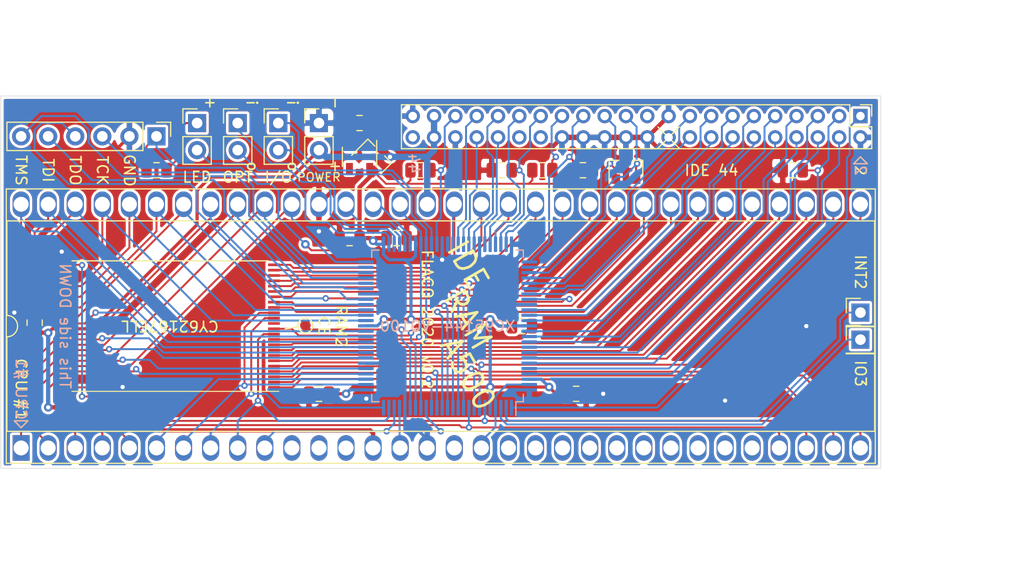
<source format=kicad_pcb>
(kicad_pcb (version 20171130) (host pcbnew 5.1.9-73d0e3b20d~88~ubuntu20.04.1)
  (title_block (title "IDE RAM A500") (date 2020-05-07) (rev 0.2) (company "FLACO 2020 - Unknown licence, see projects below") (comment 1 "Original schematic v425 by http://www.mkl211015.altervista.org/ide/ide68k.html") (comment 2 "Additional RAM inspired by https://blog.sector101.co.uk/2019/07/20/amiga-500-2mb-handwired-fastram-expansion/"))
  (layers (0 F.Cu signal) (31 B.Cu signal) (34 B.Paste user) (35 F.Paste user) (36 B.SilkS user) (37 F.SilkS user) (38 B.Mask user) (39 F.Mask user) (44 Edge.Cuts user))
  (net 0 "")
  (net 1 GND)
  (net 2 +3V3)
  (net 3 +5V)
  (net 4 /_DIOW)
  (net 5 /_DIOR)
  (net 6 /LED)
  (net 7 "Net-(J2-Pad1)")
  (net 8 /LED-)
  (net 9 /LED+)
  (net 10 /_OVR)
  (net 11 /_INT2)
  (net 12 /NINT2)
  (net 13 /TMS)
  (net 14 /TDI)
  (net 15 /TDO)
  (net 16 /TCK)
  (net 17 "Net-(J7-Pad44)")
  (net 18 /_ACTIVE)
  (net 19 /_CS1)
  (net 20 /_CS0)
  (net 21 /DA2)
  (net 22 /DA0)
  (net 23 "Net-(J7-Pad34)")
  (net 24 /DA1)
  (net 25 "Net-(J7-Pad32)")
  (net 26 /INTRQ)
  (net 27 /_DMACK)
  (net 28 /IORDY)
  (net 29 "Net-(J7-Pad21)")
  (net 30 "Net-(J7-Pad20)")
  (net 31 /DD15)
  (net 32 /DD0)
  (net 33 /DD14)
  (net 34 /DD1)
  (net 35 /DD13)
  (net 36 /DD2)
  (net 37 /DD12)
  (net 38 /DD3)
  (net 39 /DD11)
  (net 40 /DD4)
  (net 41 /DD10)
  (net 42 /DD5)
  (net 43 /DD9)
  (net 44 /DD6)
  (net 45 /DD8)
  (net 46 /DD7)
  (net 47 /_DRESET)
  (net 48 /D5)
  (net 49 /A4)
  (net 50 /D6)
  (net 51 /A3)
  (net 52 /D7)
  (net 53 /A2)
  (net 54 /D8)
  (net 55 /A1)
  (net 56 /D9)
  (net 57 "Net-(U1-Pad28)")
  (net 58 /D10)
  (net 59 "Net-(U1-Pad27)")
  (net 60 /D11)
  (net 61 "Net-(U1-Pad26)")
  (net 62 /D12)
  (net 63 "Net-(U1-Pad25)")
  (net 64 /D13)
  (net 65 "Net-(U1-Pad24)")
  (net 66 /D14)
  (net 67 "Net-(U1-Pad23)")
  (net 68 /D15)
  (net 69 "Net-(U1-Pad22)")
  (net 70 "Net-(U1-Pad21)")
  (net 71 /A23)
  (net 72 "Net-(U1-Pad20)")
  (net 73 /A22)
  (net 74 "Net-(U1-Pad19)")
  (net 75 /A21)
  (net 76 /_RST)
  (net 77 "Net-(U1-Pad17)")
  (net 78 /A20)
  (net 79 /A19)
  (net 80 /CLK7)
  (net 81 /A18)
  (net 82 /A17)
  (net 83 "Net-(U1-Pad13)")
  (net 84 /A16)
  (net 85 "Net-(U1-Pad12)")
  (net 86 /A15)
  (net 87 "Net-(U1-Pad11)")
  (net 88 /A14)
  (net 89 /_DTACK)
  (net 90 /A13)
  (net 91 /RW)
  (net 92 /A12)
  (net 93 /_LDS)
  (net 94 /A11)
  (net 95 /_UDS)
  (net 96 /A10)
  (net 97 /_AS)
  (net 98 /A9)
  (net 99 /D0)
  (net 100 /A8)
  (net 101 /D1)
  (net 102 /A7)
  (net 103 /D2)
  (net 104 /A6)
  (net 105 /D3)
  (net 106 /A5)
  (net 107 /D4)
  (net 108 "Net-(U3-Pad4)")
  (net 109 "Net-(U4-Pad13)")
  (net 110 /RAM1CE)
  (net 111 /RAM2CE)
  (net 112 "Net-(U2-Pad63)")
  (net 113 "Net-(TP2-Pad1)")
  (module Package_TO_SOT_SMD:SOT-23 (layer F.Cu) (at 139.1539 81.2873 45)
    (fp_text reference U13 hide)
    (fp_text value XC6206PxxxMR)
    (pad 3 smd rect (at 1 0 45) (size 0.9 0.8) (layers F.Cu F.Paste F.Mask) (net 3 +5V))
    (pad 2 smd rect (at -1 0.95 45) (size 0.9 0.8) (layers F.Cu F.Paste F.Mask) (net 2 +3V3))
    (pad 1 smd rect (at -1 -0.95 45) (size 0.9 0.8) (layers F.Cu F.Paste F.Mask) (net 1 GND))
  )
  (module Package_SO:TSOP-I-48_18.4x12mm_P0.5mm (layer F.Cu) (at 120.015 97.175 180)
    (fp_text reference U4 hide)
    (fp_text value CY62177ESL-55ZXI)
    (pad 1 smd rect (at -9.75 -5.75 180) (size 1.1 0.25) (layers F.Cu F.Paste F.Mask) (net 51 /A3))
    (pad 25 smd rect (at 9.75 5.75 180) (size 1.1 0.25) (layers F.Cu F.Paste F.Mask) (net 55 /A1))
    (pad 2 smd rect (at -9.75 -5.25 180) (size 1.1 0.25) (layers F.Cu F.Paste F.Mask) (net 49 /A4))
    (pad 3 smd rect (at -9.75 -4.75 180) (size 1.1 0.25) (layers F.Cu F.Paste F.Mask) (net 106 /A5))
    (pad 4 smd rect (at -9.75 -4.25 180) (size 1.1 0.25) (layers F.Cu F.Paste F.Mask) (net 104 /A6))
    (pad 5 smd rect (at -9.75 -3.75 180) (size 1.1 0.25) (layers F.Cu F.Paste F.Mask) (net 102 /A7))
    (pad 6 smd rect (at -9.75 -3.25 180) (size 1.1 0.25) (layers F.Cu F.Paste F.Mask) (net 100 /A8))
    (pad 7 smd rect (at -9.75 -2.75 180) (size 1.1 0.25) (layers F.Cu F.Paste F.Mask) (net 98 /A9))
    (pad 8 smd rect (at -9.75 -2.25 180) (size 1.1 0.25) (layers F.Cu F.Paste F.Mask) (net 96 /A10))
    (pad 9 smd rect (at -9.75 -1.75 180) (size 1.1 0.25) (layers F.Cu F.Paste F.Mask) (net 94 /A11))
    (pad 10 smd rect (at -9.75 -1.25 180) (size 1.1 0.25) (layers F.Cu F.Paste F.Mask) (net 75 /A21))
    (pad 11 smd rect (at -9.75 -0.75 180) (size 1.1 0.25) (layers F.Cu F.Paste F.Mask) (net 91 /RW))
    (pad 12 smd rect (at -9.75 -0.25 180) (size 1.1 0.25) (layers F.Cu F.Paste F.Mask) (net 110 /RAM1CE))
    (pad 13 smd rect (at -9.75 0.25 180) (size 1.1 0.25) (layers F.Cu F.Paste F.Mask) (net 109 "Net-(U4-Pad13)"))
    (pad 14 smd rect (at -9.75 0.75 180) (size 1.1 0.25) (layers F.Cu F.Paste F.Mask) (net 93 /_LDS))
    (pad 15 smd rect (at -9.75 1.25 180) (size 1.1 0.25) (layers F.Cu F.Paste F.Mask) (net 95 /_UDS))
    (pad 16 smd rect (at -9.75 1.75 180) (size 1.1 0.25) (layers F.Cu F.Paste F.Mask) (net 92 /A12))
    (pad 17 smd rect (at -9.75 2.25 180) (size 1.1 0.25) (layers F.Cu F.Paste F.Mask) (net 90 /A13))
    (pad 18 smd rect (at -9.75 2.75 180) (size 1.1 0.25) (layers F.Cu F.Paste F.Mask) (net 88 /A14))
    (pad 19 smd rect (at -9.75 3.25 180) (size 1.1 0.25) (layers F.Cu F.Paste F.Mask) (net 86 /A15))
    (pad 20 smd rect (at -9.75 3.75 180) (size 1.1 0.25) (layers F.Cu F.Paste F.Mask) (net 84 /A16))
    (pad 21 smd rect (at -9.75 4.25 180) (size 1.1 0.25) (layers F.Cu F.Paste F.Mask) (net 82 /A17))
    (pad 22 smd rect (at -9.75 4.75 180) (size 1.1 0.25) (layers F.Cu F.Paste F.Mask) (net 81 /A18))
    (pad 23 smd rect (at -9.75 5.25 180) (size 1.1 0.25) (layers F.Cu F.Paste F.Mask) (net 79 /A19))
    (pad 24 smd rect (at -9.75 5.75 180) (size 1.1 0.25) (layers F.Cu F.Paste F.Mask) (net 78 /A20))
    (pad 26 smd rect (at 9.75 5.25 180) (size 1.1 0.25) (layers F.Cu F.Paste F.Mask) (net 1 GND))
    (pad 27 smd rect (at 9.75 4.75 180) (size 1.1 0.25) (layers F.Cu F.Paste F.Mask) (net 1 GND))
    (pad 28 smd rect (at 9.75 4.25 180) (size 1.1 0.25) (layers F.Cu F.Paste F.Mask) (net 1 GND))
    (pad 29 smd rect (at 9.75 3.75 180) (size 1.1 0.25) (layers F.Cu F.Paste F.Mask) (net 54 /D8))
    (pad 30 smd rect (at 9.75 3.25 180) (size 1.1 0.25) (layers F.Cu F.Paste F.Mask) (net 52 /D7))
    (pad 31 smd rect (at 9.75 2.75 180) (size 1.1 0.25) (layers F.Cu F.Paste F.Mask) (net 56 /D9))
    (pad 32 smd rect (at 9.75 2.25 180) (size 1.1 0.25) (layers F.Cu F.Paste F.Mask) (net 50 /D6))
    (pad 33 smd rect (at 9.75 1.75 180) (size 1.1 0.25) (layers F.Cu F.Paste F.Mask) (net 58 /D10))
    (pad 34 smd rect (at 9.75 1.25 180) (size 1.1 0.25) (layers F.Cu F.Paste F.Mask) (net 48 /D5))
    (pad 35 smd rect (at 9.75 0.75 180) (size 1.1 0.25) (layers F.Cu F.Paste F.Mask) (net 60 /D11))
    (pad 36 smd rect (at 9.75 0.25 180) (size 1.1 0.25) (layers F.Cu F.Paste F.Mask) (net 107 /D4))
    (pad 37 smd rect (at 9.75 -0.25 180) (size 1.1 0.25) (layers F.Cu F.Paste F.Mask) (net 3 +5V))
    (pad 38 smd rect (at 9.75 -0.75 180) (size 1.1 0.25) (layers F.Cu F.Paste F.Mask) (net 62 /D12))
    (pad 39 smd rect (at 9.75 -1.25 180) (size 1.1 0.25) (layers F.Cu F.Paste F.Mask) (net 105 /D3))
    (pad 40 smd rect (at 9.75 -1.75 180) (size 1.1 0.25) (layers F.Cu F.Paste F.Mask) (net 64 /D13))
    (pad 41 smd rect (at 9.75 -2.25 180) (size 1.1 0.25) (layers F.Cu F.Paste F.Mask) (net 103 /D2))
    (pad 42 smd rect (at 9.75 -2.75 180) (size 1.1 0.25) (layers F.Cu F.Paste F.Mask) (net 66 /D14))
    (pad 43 smd rect (at 9.75 -3.25 180) (size 1.1 0.25) (layers F.Cu F.Paste F.Mask) (net 101 /D1))
    (pad 44 smd rect (at 9.75 -3.75 180) (size 1.1 0.25) (layers F.Cu F.Paste F.Mask) (net 68 /D15))
    (pad 45 smd rect (at 9.75 -4.25 180) (size 1.1 0.25) (layers F.Cu F.Paste F.Mask) (net 99 /D0))
    (pad 46 smd rect (at 9.75 -4.75 180) (size 1.1 0.25) (layers F.Cu F.Paste F.Mask) (net 1 GND))
    (pad 47 smd rect (at 9.75 -5.25 180) (size 1.1 0.25) (layers F.Cu F.Paste F.Mask) (net 3 +5V))
    (pad 48 smd rect (at 9.75 -5.75 180) (size 1.1 0.25) (layers F.Cu F.Paste F.Mask) (net 53 /A2))
  )
  (module Connector_PinHeader_2.54mm:PinHeader_1x01_P2.54mm_Vertical (layer F.Cu) (at 184.785 98.445)
    (fp_text reference TP2 hide)
    (fp_text value IO3)
    (pad 1 thru_hole rect (at 0 0) (size 1.7 1.7) (drill 1) (layers *.Cu *.Mask) (net 113 "Net-(TP2-Pad1)"))
  )
  (module Sassa:DIP-64_W22.86mm_BigPads1.4 (layer F.Cu) (at 106.045 108.605 90)
    (fp_text reference U1 hide)
    (fp_text value "68000D socket")
    (pad 64 thru_hole oval (at 22.86 0 90) (size 2.4 1.6) (drill 1.4) (layers *.Cu *.Mask) (net 48 /D5))
    (pad 32 thru_hole oval (at 0 78.74 90) (size 2.4 1.6) (drill 1.4) (layers *.Cu *.Mask) (net 49 /A4))
    (pad 63 thru_hole oval (at 22.86 2.54 90) (size 2.4 1.6) (drill 1.4) (layers *.Cu *.Mask) (net 50 /D6))
    (pad 31 thru_hole oval (at 0 76.2 90) (size 2.4 1.6) (drill 1.4) (layers *.Cu *.Mask) (net 51 /A3))
    (pad 62 thru_hole oval (at 22.86 5.08 90) (size 2.4 1.6) (drill 1.4) (layers *.Cu *.Mask) (net 52 /D7))
    (pad 30 thru_hole oval (at 0 73.66 90) (size 2.4 1.6) (drill 1.4) (layers *.Cu *.Mask) (net 53 /A2))
    (pad 61 thru_hole oval (at 22.86 7.62 90) (size 2.4 1.6) (drill 1.4) (layers *.Cu *.Mask) (net 54 /D8))
    (pad 29 thru_hole oval (at 0 71.12 90) (size 2.4 1.6) (drill 1.4) (layers *.Cu *.Mask) (net 55 /A1))
    (pad 60 thru_hole oval (at 22.86 10.16 90) (size 2.4 1.6) (drill 1.4) (layers *.Cu *.Mask) (net 56 /D9))
    (pad 28 thru_hole oval (at 0 68.58 90) (size 2.4 1.6) (drill 1.4) (layers *.Cu *.Mask) (net 57 "Net-(U1-Pad28)"))
    (pad 59 thru_hole oval (at 22.86 12.7 90) (size 2.4 1.6) (drill 1.4) (layers *.Cu *.Mask) (net 58 /D10))
    (pad 27 thru_hole oval (at 0 66.04 90) (size 2.4 1.6) (drill 1.4) (layers *.Cu *.Mask) (net 59 "Net-(U1-Pad27)"))
    (pad 58 thru_hole oval (at 22.86 15.24 90) (size 2.4 1.6) (drill 1.4) (layers *.Cu *.Mask) (net 60 /D11))
    (pad 26 thru_hole oval (at 0 63.5 90) (size 2.4 1.6) (drill 1.4) (layers *.Cu *.Mask) (net 61 "Net-(U1-Pad26)"))
    (pad 57 thru_hole oval (at 22.86 17.78 90) (size 2.4 1.6) (drill 1.4) (layers *.Cu *.Mask) (net 62 /D12))
    (pad 25 thru_hole oval (at 0 60.96 90) (size 2.4 1.6) (drill 1.4) (layers *.Cu *.Mask) (net 63 "Net-(U1-Pad25)"))
    (pad 56 thru_hole oval (at 22.86 20.32 90) (size 2.4 1.6) (drill 1.4) (layers *.Cu *.Mask) (net 64 /D13))
    (pad 24 thru_hole oval (at 0 58.42 90) (size 2.4 1.6) (drill 1.4) (layers *.Cu *.Mask) (net 65 "Net-(U1-Pad24)"))
    (pad 55 thru_hole oval (at 22.86 22.86 90) (size 2.4 1.6) (drill 1.4) (layers *.Cu *.Mask) (net 66 /D14))
    (pad 23 thru_hole oval (at 0 55.88 90) (size 2.4 1.6) (drill 1.4) (layers *.Cu *.Mask) (net 67 "Net-(U1-Pad23)"))
    (pad 54 thru_hole oval (at 22.86 25.4 90) (size 2.4 1.6) (drill 1.4) (layers *.Cu *.Mask) (net 68 /D15))
    (pad 22 thru_hole oval (at 0 53.34 90) (size 2.4 1.6) (drill 1.4) (layers *.Cu *.Mask) (net 69 "Net-(U1-Pad22)"))
    (pad 53 thru_hole oval (at 22.86 27.94 90) (size 2.4 1.6) (drill 1.4) (layers *.Cu *.Mask) (net 1 GND))
    (pad 21 thru_hole oval (at 0 50.8 90) (size 2.4 1.6) (drill 1.4) (layers *.Cu *.Mask) (net 70 "Net-(U1-Pad21)"))
    (pad 52 thru_hole oval (at 22.86 30.48 90) (size 2.4 1.6) (drill 1.4) (layers *.Cu *.Mask) (net 71 /A23))
    (pad 20 thru_hole oval (at 0 48.26 90) (size 2.4 1.6) (drill 1.4) (layers *.Cu *.Mask) (net 72 "Net-(U1-Pad20)"))
    (pad 51 thru_hole oval (at 22.86 33.02 90) (size 2.4 1.6) (drill 1.4) (layers *.Cu *.Mask) (net 73 /A22))
    (pad 19 thru_hole oval (at 0 45.72 90) (size 2.4 1.6) (drill 1.4) (layers *.Cu *.Mask) (net 74 "Net-(U1-Pad19)"))
    (pad 50 thru_hole oval (at 22.86 35.56 90) (size 2.4 1.6) (drill 1.4) (layers *.Cu *.Mask) (net 75 /A21))
    (pad 18 thru_hole oval (at 0 43.18 90) (size 2.4 1.6) (drill 1.4) (layers *.Cu *.Mask) (net 76 /_RST))
    (pad 49 thru_hole oval (at 22.86 38.1 90) (size 2.4 1.6) (drill 1.4) (layers *.Cu *.Mask) (net 3 +5V))
    (pad 17 thru_hole oval (at 0 40.64 90) (size 2.4 1.6) (drill 1.4) (layers *.Cu *.Mask) (net 77 "Net-(U1-Pad17)"))
    (pad 48 thru_hole oval (at 22.86 40.64 90) (size 2.4 1.6) (drill 1.4) (layers *.Cu *.Mask) (net 78 /A20))
    (pad 16 thru_hole oval (at 0 38.1 90) (size 2.4 1.6) (drill 1.4) (layers *.Cu *.Mask) (net 1 GND))
    (pad 47 thru_hole oval (at 22.86 43.18 90) (size 2.4 1.6) (drill 1.4) (layers *.Cu *.Mask) (net 79 /A19))
    (pad 15 thru_hole oval (at 0 35.56 90) (size 2.4 1.6) (drill 1.4) (layers *.Cu *.Mask) (net 80 /CLK7))
    (pad 46 thru_hole oval (at 22.86 45.72 90) (size 2.4 1.6) (drill 1.4) (layers *.Cu *.Mask) (net 81 /A18))
    (pad 14 thru_hole oval (at 0 33.02 90) (size 2.4 1.6) (drill 1.4) (layers *.Cu *.Mask) (net 3 +5V))
    (pad 45 thru_hole oval (at 22.86 48.26 90) (size 2.4 1.6) (drill 1.4) (layers *.Cu *.Mask) (net 82 /A17))
    (pad 13 thru_hole oval (at 0 30.48 90) (size 2.4 1.6) (drill 1.4) (layers *.Cu *.Mask) (net 83 "Net-(U1-Pad13)"))
    (pad 44 thru_hole oval (at 22.86 50.8 90) (size 2.4 1.6) (drill 1.4) (layers *.Cu *.Mask) (net 84 /A16))
    (pad 12 thru_hole oval (at 0 27.94 90) (size 2.4 1.6) (drill 1.4) (layers *.Cu *.Mask) (net 85 "Net-(U1-Pad12)"))
    (pad 43 thru_hole oval (at 22.86 53.34 90) (size 2.4 1.6) (drill 1.4) (layers *.Cu *.Mask) (net 86 /A15))
    (pad 11 thru_hole oval (at 0 25.4 90) (size 2.4 1.6) (drill 1.4) (layers *.Cu *.Mask) (net 87 "Net-(U1-Pad11)"))
    (pad 42 thru_hole oval (at 22.86 55.88 90) (size 2.4 1.6) (drill 1.4) (layers *.Cu *.Mask) (net 88 /A14))
    (pad 10 thru_hole oval (at 0 22.86 90) (size 2.4 1.6) (drill 1.4) (layers *.Cu *.Mask) (net 89 /_DTACK))
    (pad 41 thru_hole oval (at 22.86 58.42 90) (size 2.4 1.6) (drill 1.4) (layers *.Cu *.Mask) (net 90 /A13))
    (pad 9 thru_hole oval (at 0 20.32 90) (size 2.4 1.6) (drill 1.4) (layers *.Cu *.Mask) (net 91 /RW))
    (pad 40 thru_hole oval (at 22.86 60.96 90) (size 2.4 1.6) (drill 1.4) (layers *.Cu *.Mask) (net 92 /A12))
    (pad 8 thru_hole oval (at 0 17.78 90) (size 2.4 1.6) (drill 1.4) (layers *.Cu *.Mask) (net 93 /_LDS))
    (pad 39 thru_hole oval (at 22.86 63.5 90) (size 2.4 1.6) (drill 1.4) (layers *.Cu *.Mask) (net 94 /A11))
    (pad 7 thru_hole oval (at 0 15.24 90) (size 2.4 1.6) (drill 1.4) (layers *.Cu *.Mask) (net 95 /_UDS))
    (pad 38 thru_hole oval (at 22.86 66.04 90) (size 2.4 1.6) (drill 1.4) (layers *.Cu *.Mask) (net 96 /A10))
    (pad 6 thru_hole oval (at 0 12.7 90) (size 2.4 1.6) (drill 1.4) (layers *.Cu *.Mask) (net 97 /_AS))
    (pad 37 thru_hole oval (at 22.86 68.58 90) (size 2.4 1.6) (drill 1.4) (layers *.Cu *.Mask) (net 98 /A9))
    (pad 5 thru_hole oval (at 0 10.16 90) (size 2.4 1.6) (drill 1.4) (layers *.Cu *.Mask) (net 99 /D0))
    (pad 36 thru_hole oval (at 22.86 71.12 90) (size 2.4 1.6) (drill 1.4) (layers *.Cu *.Mask) (net 100 /A8))
    (pad 4 thru_hole oval (at 0 7.62 90) (size 2.4 1.6) (drill 1.4) (layers *.Cu *.Mask) (net 101 /D1))
    (pad 35 thru_hole oval (at 22.86 73.66 90) (size 2.4 1.6) (drill 1.4) (layers *.Cu *.Mask) (net 102 /A7))
    (pad 3 thru_hole oval (at 0 5.08 90) (size 2.4 1.6) (drill 1.4) (layers *.Cu *.Mask) (net 103 /D2))
    (pad 34 thru_hole oval (at 22.86 76.2 90) (size 2.4 1.6) (drill 1.4) (layers *.Cu *.Mask) (net 104 /A6))
    (pad 2 thru_hole oval (at 0 2.54 90) (size 2.4 1.6) (drill 1.4) (layers *.Cu *.Mask) (net 105 /D3))
    (pad 33 thru_hole oval (at 22.86 78.74 90) (size 2.4 1.6) (drill 1.4) (layers *.Cu *.Mask) (net 106 /A5))
    (pad 1 thru_hole rect (at 0 0 90) (size 2.4 1.6) (drill 1.4) (layers *.Cu *.Mask) (net 107 /D4))
  )
  (module TestPoint:TestPoint_Pad_D1.0mm (layer F.Cu) (at 132.715 97.1115)
    (fp_text reference TP1 hide)
    (fp_text value "RAM2 CE")
    (pad 1 smd circle (at 0 0) (size 1 1) (layers F.Cu F.Mask) (net 111 /RAM2CE))
  )
  (module Connector_PinHeader_2.54mm:PinHeader_1x06_P2.54mm_Vertical (layer F.Cu) (at 118.745 79.375 270)
    (fp_text reference J6 hide)
    (fp_text value JTAG)
    (pad 6 thru_hole oval (at 0 12.7 270) (size 1.7 1.7) (drill 1) (layers *.Cu *.Mask) (net 13 /TMS))
    (pad 5 thru_hole oval (at 0 10.16 270) (size 1.7 1.7) (drill 1) (layers *.Cu *.Mask) (net 14 /TDI))
    (pad 4 thru_hole oval (at 0 7.62 270) (size 1.7 1.7) (drill 1) (layers *.Cu *.Mask) (net 15 /TDO))
    (pad 3 thru_hole oval (at 0 5.08 270) (size 1.7 1.7) (drill 1) (layers *.Cu *.Mask) (net 16 /TCK))
    (pad 2 thru_hole oval (at 0 2.54 270) (size 1.7 1.7) (drill 1) (layers *.Cu *.Mask) (net 1 GND))
    (pad 1 thru_hole rect (at 0 0 270) (size 1.7 1.7) (drill 1) (layers *.Cu *.Mask) (net 2 +3V3))
  )
  (module Connector_PinHeader_2.54mm:PinHeader_1x01_P2.54mm_Vertical (layer F.Cu) (at 184.785 95.905)
    (fp_text reference J5 hide)
    (fp_text value INT2)
    (pad 1 thru_hole rect (at 0 0) (size 1.7 1.7) (drill 1) (layers *.Cu *.Mask) (net 12 /NINT2))
  )
  (module Connector_PinHeader_2.54mm:PinHeader_1x02_P2.54mm_Vertical (layer F.Cu) (at 130.175 78.125)
    (fp_text reference J4 hide)
    (fp_text value INT2OVR)
    (pad 2 thru_hole oval (at 0 2.54) (size 1.7 1.7) (drill 1) (layers *.Cu *.Mask) (net 10 /_OVR))
    (pad 1 thru_hole rect (at 0 0) (size 1.7 1.7) (drill 1) (layers *.Cu *.Mask) (net 11 /_INT2))
  )
  (module Connector_PinHeader_2.54mm:PinHeader_1x02_P2.54mm_Vertical (layer F.Cu) (at 126.365 78.125)
    (fp_text reference J3 hide)
    (fp_text value LED2)
    (pad 2 thru_hole oval (at 0 2.54) (size 1.7 1.7) (drill 1) (layers *.Cu *.Mask) (net 8 /LED-))
    (pad 1 thru_hole rect (at 0 0) (size 1.7 1.7) (drill 1) (layers *.Cu *.Mask) (net 9 /LED+))
  )
  (module Connector_PinHeader_2.54mm:PinHeader_1x02_P2.54mm_Vertical (layer F.Cu) (at 122.555 78.125)
    (fp_text reference J2 hide)
    (fp_text value LED)
    (pad 2 thru_hole oval (at 0 2.54) (size 1.7 1.7) (drill 1) (layers *.Cu *.Mask) (net 6 /LED))
    (pad 1 thru_hole rect (at 0 0) (size 1.7 1.7) (drill 1) (layers *.Cu *.Mask) (net 7 "Net-(J2-Pad1)"))
  )
  (module Connector_PinHeader_2.54mm:PinHeader_1x02_P2.54mm_Vertical (layer F.Cu) (at 133.985 78.125)
    (fp_text reference J1 hide)
    (fp_text value power)
    (pad 2 thru_hole oval (at 0 2.54) (size 1.7 1.7) (drill 1) (layers *.Cu *.Mask) (net 3 +5V))
    (pad 1 thru_hole rect (at 0 0) (size 1.7 1.7) (drill 1) (layers *.Cu *.Mask) (net 1 GND))
  )
  (module Package_TO_SOT_SMD:SOT-23-5 (layer F.Cu) (at 137.795 81.3 270)
    (fp_text reference U3 hide)
    (fp_text value SPX3819M5-L-3-3)
    (pad 5 smd rect (at 1.1 -0.95 270) (size 1.06 0.65) (layers F.Cu F.Paste F.Mask) (net 2 +3V3))
    (pad 4 smd rect (at 1.1 0.95 270) (size 1.06 0.65) (layers F.Cu F.Paste F.Mask) (net 108 "Net-(U3-Pad4)"))
    (pad 3 smd rect (at -1.1 0.95 270) (size 1.06 0.65) (layers F.Cu F.Paste F.Mask) (net 3 +5V))
    (pad 2 smd rect (at -1.1 0 270) (size 1.06 0.65) (layers F.Cu F.Paste F.Mask) (net 1 GND))
    (pad 1 smd rect (at -1.1 -0.95 270) (size 1.06 0.65) (layers F.Cu F.Paste F.Mask) (net 3 +5V))
  )
  (module Package_QFP:TQFP-100_14x14mm_P0.5mm (layer B.Cu) (at 146.05 97.155 90)
    (fp_text reference U2 hide)
    (fp_text value XC95144XL-TQ100)
    (pad 1 smd roundrect (at -7.6625 6 90) (size 1.475 0.3) (layers B.Cu B.Paste B.Mask) (net 47 /_DRESET))
    (pad 2 smd roundrect (at -7.6625 5.5 90) (size 1.475 0.3) (layers B.Cu B.Paste B.Mask) (net 12 /NINT2))
    (pad 3 smd roundrect (at -7.6625 5 90) (size 1.475 0.3) (layers B.Cu B.Paste B.Mask) (net 113 "Net-(TP2-Pad1)"))
    (pad 4 smd roundrect (at -7.6625 4.5 90) (size 1.475 0.3) (layers B.Cu B.Paste B.Mask) (net 76 /_RST))
    (pad 5 smd roundrect (at -7.6625 4 90) (size 1.475 0.3) (layers B.Cu B.Paste B.Mask) (net 2 +3V3))
    (pad 6 smd roundrect (at -7.6625 3.5 90) (size 1.475 0.3) (layers B.Cu B.Paste B.Mask) (net 53 /A2))
    (pad 7 smd roundrect (at -7.6625 3 90) (size 1.475 0.3) (layers B.Cu B.Paste B.Mask) (net 104 /A6))
    (pad 8 smd roundrect (at -7.6625 2.5 90) (size 1.475 0.3) (layers B.Cu B.Paste B.Mask) (net 106 /A5))
    (pad 9 smd roundrect (at -7.6625 2 90) (size 1.475 0.3) (layers B.Cu B.Paste B.Mask) (net 55 /A1))
    (pad 10 smd roundrect (at -7.6625 1.5 90) (size 1.475 0.3) (layers B.Cu B.Paste B.Mask) (net 84 /A16))
    (pad 11 smd roundrect (at -7.6625 1 90) (size 1.475 0.3) (layers B.Cu B.Paste B.Mask) (net 86 /A15))
    (pad 12 smd roundrect (at -7.6625 0.5 90) (size 1.475 0.3) (layers B.Cu B.Paste B.Mask) (net 88 /A14))
    (pad 13 smd roundrect (at -7.6625 0 90) (size 1.475 0.3) (layers B.Cu B.Paste B.Mask) (net 90 /A13))
    (pad 14 smd roundrect (at -7.6625 -0.5 90) (size 1.475 0.3) (layers B.Cu B.Paste B.Mask) (net 92 /A12))
    (pad 15 smd roundrect (at -7.6625 -1 90) (size 1.475 0.3) (layers B.Cu B.Paste B.Mask) (net 49 /A4))
    (pad 16 smd roundrect (at -7.6625 -1.5 90) (size 1.475 0.3) (layers B.Cu B.Paste B.Mask) (net 51 /A3))
    (pad 17 smd roundrect (at -7.6625 -2 90) (size 1.475 0.3) (layers B.Cu B.Paste B.Mask) (net 89 /_DTACK))
    (pad 18 smd roundrect (at -7.6625 -2.5 90) (size 1.475 0.3) (layers B.Cu B.Paste B.Mask) (net 10 /_OVR))
    (pad 19 smd roundrect (at -7.6625 -3 90) (size 1.475 0.3) (layers B.Cu B.Paste B.Mask) (net 110 /RAM1CE))
    (pad 20 smd roundrect (at -7.6625 -3.5 90) (size 1.475 0.3) (layers B.Cu B.Paste B.Mask) (net 111 /RAM2CE))
    (pad 21 smd roundrect (at -7.6625 -4 90) (size 1.475 0.3) (layers B.Cu B.Paste B.Mask) (net 1 GND))
    (pad 22 smd roundrect (at -7.6625 -4.5 90) (size 1.475 0.3) (layers B.Cu B.Paste B.Mask) (net 80 /CLK7))
    (pad 23 smd roundrect (at -7.6625 -5 90) (size 1.475 0.3) (layers B.Cu B.Paste B.Mask) (net 89 /_DTACK))
    (pad 24 smd roundrect (at -7.6625 -5.5 90) (size 1.475 0.3) (layers B.Cu B.Paste B.Mask) (net 91 /RW))
    (pad 25 smd roundrect (at -7.6625 -6 90) (size 1.475 0.3) (layers B.Cu B.Paste B.Mask) (net 93 /_LDS))
    (pad 26 smd roundrect (at -6 -7.6625 90) (size 0.3 1.475) (layers B.Cu B.Paste B.Mask) (net 2 +3V3))
    (pad 27 smd roundrect (at -5.5 -7.6625 90) (size 0.3 1.475) (layers B.Cu B.Paste B.Mask) (net 95 /_UDS))
    (pad 28 smd roundrect (at -5 -7.6625 90) (size 0.3 1.475) (layers B.Cu B.Paste B.Mask) (net 97 /_AS))
    (pad 29 smd roundrect (at -4.5 -7.6625 90) (size 0.3 1.475) (layers B.Cu B.Paste B.Mask) (net 99 /D0))
    (pad 30 smd roundrect (at -4 -7.6625 90) (size 0.3 1.475) (layers B.Cu B.Paste B.Mask) (net 101 /D1))
    (pad 31 smd roundrect (at -3.5 -7.6625 90) (size 0.3 1.475) (layers B.Cu B.Paste B.Mask) (net 1 GND))
    (pad 32 smd roundrect (at -3 -7.6625 90) (size 0.3 1.475) (layers B.Cu B.Paste B.Mask) (net 103 /D2))
    (pad 33 smd roundrect (at -2.5 -7.6625 90) (size 0.3 1.475) (layers B.Cu B.Paste B.Mask) (net 105 /D3))
    (pad 34 smd roundrect (at -2 -7.6625 90) (size 0.3 1.475) (layers B.Cu B.Paste B.Mask) (net 107 /D4))
    (pad 35 smd roundrect (at -1.5 -7.6625 90) (size 0.3 1.475) (layers B.Cu B.Paste B.Mask) (net 48 /D5))
    (pad 36 smd roundrect (at -1 -7.6625 90) (size 0.3 1.475) (layers B.Cu B.Paste B.Mask) (net 50 /D6))
    (pad 37 smd roundrect (at -0.5 -7.6625 90) (size 0.3 1.475) (layers B.Cu B.Paste B.Mask) (net 52 /D7))
    (pad 38 smd roundrect (at 0 -7.6625 90) (size 0.3 1.475) (layers B.Cu B.Paste B.Mask) (net 2 +3V3))
    (pad 39 smd roundrect (at 0.5 -7.6625 90) (size 0.3 1.475) (layers B.Cu B.Paste B.Mask) (net 54 /D8))
    (pad 40 smd roundrect (at 1 -7.6625 90) (size 0.3 1.475) (layers B.Cu B.Paste B.Mask) (net 56 /D9))
    (pad 41 smd roundrect (at 1.5 -7.6625 90) (size 0.3 1.475) (layers B.Cu B.Paste B.Mask) (net 58 /D10))
    (pad 42 smd roundrect (at 2 -7.6625 90) (size 0.3 1.475) (layers B.Cu B.Paste B.Mask) (net 60 /D11))
    (pad 43 smd roundrect (at 2.5 -7.6625 90) (size 0.3 1.475) (layers B.Cu B.Paste B.Mask) (net 62 /D12))
    (pad 44 smd roundrect (at 3 -7.6625 90) (size 0.3 1.475) (layers B.Cu B.Paste B.Mask) (net 1 GND))
    (pad 45 smd roundrect (at 3.5 -7.6625 90) (size 0.3 1.475) (layers B.Cu B.Paste B.Mask) (net 14 /TDI))
    (pad 46 smd roundrect (at 4 -7.6625 90) (size 0.3 1.475) (layers B.Cu B.Paste B.Mask) (net 64 /D13))
    (pad 47 smd roundrect (at 4.5 -7.6625 90) (size 0.3 1.475) (layers B.Cu B.Paste B.Mask) (net 13 /TMS))
    (pad 48 smd roundrect (at 5 -7.6625 90) (size 0.3 1.475) (layers B.Cu B.Paste B.Mask) (net 16 /TCK))
    (pad 49 smd roundrect (at 5.5 -7.6625 90) (size 0.3 1.475) (layers B.Cu B.Paste B.Mask) (net 66 /D14))
    (pad 50 smd roundrect (at 6 -7.6625 90) (size 0.3 1.475) (layers B.Cu B.Paste B.Mask) (net 68 /D15))
    (pad 51 smd roundrect (at 7.6625 -6 90) (size 1.475 0.3) (layers B.Cu B.Paste B.Mask) (net 2 +3V3))
    (pad 52 smd roundrect (at 7.6625 -5.5 90) (size 1.475 0.3) (layers B.Cu B.Paste B.Mask) (net 6 /LED))
    (pad 53 smd roundrect (at 7.6625 -5 90) (size 1.475 0.3) (layers B.Cu B.Paste B.Mask) (net 8 /LED-))
    (pad 54 smd roundrect (at 7.6625 -4.5 90) (size 1.475 0.3) (layers B.Cu B.Paste B.Mask) (net 9 /LED+))
    (pad 55 smd roundrect (at 7.6625 -4 90) (size 1.475 0.3) (layers B.Cu B.Paste B.Mask) (net 71 /A23))
    (pad 56 smd roundrect (at 7.6625 -3.5 90) (size 1.475 0.3) (layers B.Cu B.Paste B.Mask) (net 73 /A22))
    (pad 57 smd roundrect (at 7.6625 -3 90) (size 1.475 0.3) (layers B.Cu B.Paste B.Mask) (net 2 +3V3))
    (pad 58 smd roundrect (at 7.6625 -2.5 90) (size 1.475 0.3) (layers B.Cu B.Paste B.Mask) (net 75 /A21))
    (pad 59 smd roundrect (at 7.6625 -2 90) (size 1.475 0.3) (layers B.Cu B.Paste B.Mask) (net 10 /_OVR))
    (pad 60 smd roundrect (at 7.6625 -1.5 90) (size 1.475 0.3) (layers B.Cu B.Paste B.Mask) (net 11 /_INT2))
    (pad 61 smd roundrect (at 7.6625 -1 90) (size 1.475 0.3) (layers B.Cu B.Paste B.Mask) (net 18 /_ACTIVE))
    (pad 62 smd roundrect (at 7.6625 -0.5 90) (size 1.475 0.3) (layers B.Cu B.Paste B.Mask) (net 1 GND))
    (pad 63 smd roundrect (at 7.6625 0 90) (size 1.475 0.3) (layers B.Cu B.Paste B.Mask) (net 112 "Net-(U2-Pad63)"))
    (pad 64 smd roundrect (at 7.6625 0.5 90) (size 1.475 0.3) (layers B.Cu B.Paste B.Mask) (net 78 /A20))
    (pad 65 smd roundrect (at 7.6625 1 90) (size 1.475 0.3) (layers B.Cu B.Paste B.Mask) (net 20 /_CS0))
    (pad 66 smd roundrect (at 7.6625 1.5 90) (size 1.475 0.3) (layers B.Cu B.Paste B.Mask) (net 19 /_CS1))
    (pad 67 smd roundrect (at 7.6625 2 90) (size 1.475 0.3) (layers B.Cu B.Paste B.Mask) (net 79 /A19))
    (pad 68 smd roundrect (at 7.6625 2.5 90) (size 1.475 0.3) (layers B.Cu B.Paste B.Mask) (net 22 /DA0))
    (pad 69 smd roundrect (at 7.6625 3 90) (size 1.475 0.3) (layers B.Cu B.Paste B.Mask) (net 1 GND))
    (pad 70 smd roundrect (at 7.6625 3.5 90) (size 1.475 0.3) (layers B.Cu B.Paste B.Mask) (net 21 /DA2))
    (pad 71 smd roundrect (at 7.6625 4 90) (size 1.475 0.3) (layers B.Cu B.Paste B.Mask) (net 81 /A18))
    (pad 72 smd roundrect (at 7.6625 4.5 90) (size 1.475 0.3) (layers B.Cu B.Paste B.Mask) (net 24 /DA1))
    (pad 73 smd roundrect (at 7.6625 5 90) (size 1.475 0.3) (layers B.Cu B.Paste B.Mask) (net 26 /INTRQ))
    (pad 74 smd roundrect (at 7.6625 5.5 90) (size 1.475 0.3) (layers B.Cu B.Paste B.Mask) (net 82 /A17))
    (pad 75 smd roundrect (at 7.6625 6 90) (size 1.475 0.3) (layers B.Cu B.Paste B.Mask) (net 1 GND))
    (pad 76 smd roundrect (at 6 7.6625 90) (size 0.3 1.475) (layers B.Cu B.Paste B.Mask) (net 28 /IORDY))
    (pad 77 smd roundrect (at 5.5 7.6625 90) (size 0.3 1.475) (layers B.Cu B.Paste B.Mask) (net 5 /_DIOR))
    (pad 78 smd roundrect (at 5 7.6625 90) (size 0.3 1.475) (layers B.Cu B.Paste B.Mask) (net 4 /_DIOW))
    (pad 79 smd roundrect (at 4.5 7.6625 90) (size 0.3 1.475) (layers B.Cu B.Paste B.Mask) (net 32 /DD0))
    (pad 80 smd roundrect (at 4 7.6625 90) (size 0.3 1.475) (layers B.Cu B.Paste B.Mask) (net 31 /DD15))
    (pad 81 smd roundrect (at 3.5 7.6625 90) (size 0.3 1.475) (layers B.Cu B.Paste B.Mask) (net 34 /DD1))
    (pad 82 smd roundrect (at 3 7.6625 90) (size 0.3 1.475) (layers B.Cu B.Paste B.Mask) (net 33 /DD14))
    (pad 83 smd roundrect (at 2.5 7.6625 90) (size 0.3 1.475) (layers B.Cu B.Paste B.Mask) (net 15 /TDO))
    (pad 84 smd roundrect (at 2 7.6625 90) (size 0.3 1.475) (layers B.Cu B.Paste B.Mask) (net 1 GND))
    (pad 85 smd roundrect (at 1.5 7.6625 90) (size 0.3 1.475) (layers B.Cu B.Paste B.Mask) (net 36 /DD2))
    (pad 86 smd roundrect (at 1 7.6625 90) (size 0.3 1.475) (layers B.Cu B.Paste B.Mask) (net 35 /DD13))
    (pad 87 smd roundrect (at 0.5 7.6625 90) (size 0.3 1.475) (layers B.Cu B.Paste B.Mask) (net 38 /DD3))
    (pad 88 smd roundrect (at 0 7.6625 90) (size 0.3 1.475) (layers B.Cu B.Paste B.Mask) (net 2 +3V3))
    (pad 89 smd roundrect (at -0.5 7.6625 90) (size 0.3 1.475) (layers B.Cu B.Paste B.Mask) (net 37 /DD12))
    (pad 90 smd roundrect (at -1 7.6625 90) (size 0.3 1.475) (layers B.Cu B.Paste B.Mask) (net 40 /DD4))
    (pad 91 smd roundrect (at -1.5 7.6625 90) (size 0.3 1.475) (layers B.Cu B.Paste B.Mask) (net 39 /DD11))
    (pad 92 smd roundrect (at -2 7.6625 90) (size 0.3 1.475) (layers B.Cu B.Paste B.Mask) (net 42 /DD5))
    (pad 93 smd roundrect (at -2.5 7.6625 90) (size 0.3 1.475) (layers B.Cu B.Paste B.Mask) (net 41 /DD10))
    (pad 94 smd roundrect (at -3 7.6625 90) (size 0.3 1.475) (layers B.Cu B.Paste B.Mask) (net 44 /DD6))
    (pad 95 smd roundrect (at -3.5 7.6625 90) (size 0.3 1.475) (layers B.Cu B.Paste B.Mask) (net 43 /DD9))
    (pad 96 smd roundrect (at -4 7.6625 90) (size 0.3 1.475) (layers B.Cu B.Paste B.Mask) (net 46 /DD7))
    (pad 97 smd roundrect (at -4.5 7.6625 90) (size 0.3 1.475) (layers B.Cu B.Paste B.Mask) (net 45 /DD8))
    (pad 98 smd roundrect (at -5 7.6625 90) (size 0.3 1.475) (layers B.Cu B.Paste B.Mask) (net 2 +3V3))
    (pad 99 smd roundrect (at -5.5 7.6625 90) (size 0.3 1.475) (layers B.Cu B.Paste B.Mask) (net 76 /_RST))
    (pad 100 smd roundrect (at -6 7.6625 90) (size 0.3 1.475) (layers B.Cu B.Paste B.Mask) (net 1 GND))
  )
  (module Resistor_SMD:R_0805_2012Metric (layer F.Cu) (at 118.745 82.55)
    (fp_text reference RLED1 hide)
    (fp_text value 330)
    (pad 2 smd roundrect (at 0.9375 0) (size 0.975 1.4) (layers F.Cu F.Paste F.Mask) (net 7 "Net-(J2-Pad1)"))
    (pad 1 smd roundrect (at -0.9375 0) (size 0.975 1.4) (layers F.Cu F.Paste F.Mask) (net 2 +3V3))
  )
  (module Resistor_SMD:R_0805_2012Metric (layer F.Cu) (at 151.13 82.55 180)
    (fp_text reference R5 hide)
    (fp_text value 4k7)
    (pad 2 smd roundrect (at 0.9375 0 180) (size 0.975 1.4) (layers F.Cu F.Paste F.Mask) (net 1 GND))
    (pad 1 smd roundrect (at -0.9375 0 180) (size 0.975 1.4) (layers F.Cu F.Paste F.Mask) (net 26 /INTRQ))
  )
  (module Resistor_SMD:R_0805_2012Metric (layer F.Cu) (at 178.435 82.55 180)
    (fp_text reference R4 hide)
    (fp_text value 4k7)
    (pad 2 smd roundrect (at 0.9375 0 180) (size 0.975 1.4) (layers F.Cu F.Paste F.Mask) (net 1 GND))
    (pad 1 smd roundrect (at -0.9375 0 180) (size 0.975 1.4) (layers F.Cu F.Paste F.Mask) (net 46 /DD7))
  )
  (module Resistor_SMD:R_0805_2012Metric (layer F.Cu) (at 143.51 82.55)
    (fp_text reference R3 hide)
    (fp_text value 10k)
    (pad 2 smd roundrect (at 0.9375 0) (size 0.975 1.4) (layers F.Cu F.Paste F.Mask) (net 18 /_ACTIVE))
    (pad 1 smd roundrect (at -0.9375 0) (size 0.975 1.4) (layers F.Cu F.Paste F.Mask) (net 2 +3V3))
  )
  (module Resistor_SMD:R_0805_2012Metric (layer F.Cu) (at 154.94 82.55)
    (fp_text reference R2 hide)
    (fp_text value 10k)
    (pad 2 smd roundrect (at 0.9375 0) (size 0.975 1.4) (layers F.Cu F.Paste F.Mask) (net 27 /_DMACK))
    (pad 1 smd roundrect (at -0.9375 0) (size 0.975 1.4) (layers F.Cu F.Paste F.Mask) (net 2 +3V3))
  )
  (module Resistor_SMD:R_0805_2012Metric (layer F.Cu) (at 158.75 82.55 180)
    (fp_text reference R1 hide)
    (fp_text value 10k)
    (pad 2 smd roundrect (at 0.9375 0 180) (size 0.975 1.4) (layers F.Cu F.Paste F.Mask) (net 28 /IORDY))
    (pad 1 smd roundrect (at -0.9375 0 180) (size 0.975 1.4) (layers F.Cu F.Paste F.Mask) (net 2 +3V3))
  )
  (module Connector_PinHeader_2.00mm:PinHeader_2x22_P2.00mm_Vertical (layer F.Cu) (at 184.785 77.47 270)
    (fp_text reference J7 hide)
    (fp_text value IDE)
    (pad 44 thru_hole oval (at 2 42 270) (size 1.35 1.35) (drill 0.8) (layers *.Cu *.Mask) (net 17 "Net-(J7-Pad44)"))
    (pad 43 thru_hole oval (at 0 42 270) (size 1.35 1.35) (drill 0.8) (layers *.Cu *.Mask) (net 1 GND))
    (pad 42 thru_hole oval (at 2 40 270) (size 1.35 1.35) (drill 0.8) (layers *.Cu *.Mask) (net 3 +5V))
    (pad 41 thru_hole oval (at 0 40 270) (size 1.35 1.35) (drill 0.8) (layers *.Cu *.Mask) (net 3 +5V))
    (pad 40 thru_hole oval (at 2 38 270) (size 1.35 1.35) (drill 0.8) (layers *.Cu *.Mask) (net 1 GND))
    (pad 39 thru_hole oval (at 0 38 270) (size 1.35 1.35) (drill 0.8) (layers *.Cu *.Mask) (net 18 /_ACTIVE))
    (pad 38 thru_hole oval (at 2 36 270) (size 1.35 1.35) (drill 0.8) (layers *.Cu *.Mask) (net 19 /_CS1))
    (pad 37 thru_hole oval (at 0 36 270) (size 1.35 1.35) (drill 0.8) (layers *.Cu *.Mask) (net 20 /_CS0))
    (pad 36 thru_hole oval (at 2 34 270) (size 1.35 1.35) (drill 0.8) (layers *.Cu *.Mask) (net 21 /DA2))
    (pad 35 thru_hole oval (at 0 34 270) (size 1.35 1.35) (drill 0.8) (layers *.Cu *.Mask) (net 22 /DA0))
    (pad 34 thru_hole oval (at 2 32 270) (size 1.35 1.35) (drill 0.8) (layers *.Cu *.Mask) (net 23 "Net-(J7-Pad34)"))
    (pad 33 thru_hole oval (at 0 32 270) (size 1.35 1.35) (drill 0.8) (layers *.Cu *.Mask) (net 24 /DA1))
    (pad 32 thru_hole oval (at 2 30 270) (size 1.35 1.35) (drill 0.8) (layers *.Cu *.Mask) (net 25 "Net-(J7-Pad32)"))
    (pad 31 thru_hole oval (at 0 30 270) (size 1.35 1.35) (drill 0.8) (layers *.Cu *.Mask) (net 26 /INTRQ))
    (pad 30 thru_hole oval (at 2 28 270) (size 1.35 1.35) (drill 0.8) (layers *.Cu *.Mask) (net 1 GND))
    (pad 29 thru_hole oval (at 0 28 270) (size 1.35 1.35) (drill 0.8) (layers *.Cu *.Mask) (net 27 /_DMACK))
    (pad 28 thru_hole oval (at 2 26 270) (size 1.35 1.35) (drill 0.8) (layers *.Cu *.Mask) (net 1 GND))
    (pad 27 thru_hole oval (at 0 26 270) (size 1.35 1.35) (drill 0.8) (layers *.Cu *.Mask) (net 28 /IORDY))
    (pad 26 thru_hole oval (at 2 24 270) (size 1.35 1.35) (drill 0.8) (layers *.Cu *.Mask) (net 1 GND))
    (pad 25 thru_hole oval (at 0 24 270) (size 1.35 1.35) (drill 0.8) (layers *.Cu *.Mask) (net 5 /_DIOR))
    (pad 24 thru_hole oval (at 2 22 270) (size 1.35 1.35) (drill 0.8) (layers *.Cu *.Mask) (net 1 GND))
    (pad 23 thru_hole oval (at 0 22 270) (size 1.35 1.35) (drill 0.8) (layers *.Cu *.Mask) (net 4 /_DIOW))
    (pad 22 thru_hole oval (at 2 20 270) (size 1.35 1.35) (drill 0.8) (layers *.Cu *.Mask) (net 1 GND))
    (pad 21 thru_hole oval (at 0 20 270) (size 1.35 1.35) (drill 0.8) (layers *.Cu *.Mask) (net 29 "Net-(J7-Pad21)"))
    (pad 20 thru_hole oval (at 2 18 270) (size 1.35 1.35) (drill 0.8) (layers *.Cu *.Mask) (net 30 "Net-(J7-Pad20)"))
    (pad 19 thru_hole oval (at 0 18 270) (size 1.35 1.35) (drill 0.8) (layers *.Cu *.Mask) (net 1 GND))
    (pad 18 thru_hole oval (at 2 16 270) (size 1.35 1.35) (drill 0.8) (layers *.Cu *.Mask) (net 31 /DD15))
    (pad 17 thru_hole oval (at 0 16 270) (size 1.35 1.35) (drill 0.8) (layers *.Cu *.Mask) (net 32 /DD0))
    (pad 16 thru_hole oval (at 2 14 270) (size 1.35 1.35) (drill 0.8) (layers *.Cu *.Mask) (net 33 /DD14))
    (pad 15 thru_hole oval (at 0 14 270) (size 1.35 1.35) (drill 0.8) (layers *.Cu *.Mask) (net 34 /DD1))
    (pad 14 thru_hole oval (at 2 12 270) (size 1.35 1.35) (drill 0.8) (layers *.Cu *.Mask) (net 35 /DD13))
    (pad 13 thru_hole oval (at 0 12 270) (size 1.35 1.35) (drill 0.8) (layers *.Cu *.Mask) (net 36 /DD2))
    (pad 12 thru_hole oval (at 2 10 270) (size 1.35 1.35) (drill 0.8) (layers *.Cu *.Mask) (net 37 /DD12))
    (pad 11 thru_hole oval (at 0 10 270) (size 1.35 1.35) (drill 0.8) (layers *.Cu *.Mask) (net 38 /DD3))
    (pad 10 thru_hole oval (at 2 8 270) (size 1.35 1.35) (drill 0.8) (layers *.Cu *.Mask) (net 39 /DD11))
    (pad 9 thru_hole oval (at 0 8 270) (size 1.35 1.35) (drill 0.8) (layers *.Cu *.Mask) (net 40 /DD4))
    (pad 8 thru_hole oval (at 2 6 270) (size 1.35 1.35) (drill 0.8) (layers *.Cu *.Mask) (net 41 /DD10))
    (pad 7 thru_hole oval (at 0 6 270) (size 1.35 1.35) (drill 0.8) (layers *.Cu *.Mask) (net 42 /DD5))
    (pad 6 thru_hole oval (at 2 4 270) (size 1.35 1.35) (drill 0.8) (layers *.Cu *.Mask) (net 43 /DD9))
    (pad 5 thru_hole oval (at 0 4 270) (size 1.35 1.35) (drill 0.8) (layers *.Cu *.Mask) (net 44 /DD6))
    (pad 4 thru_hole oval (at 2 2 270) (size 1.35 1.35) (drill 0.8) (layers *.Cu *.Mask) (net 45 /DD8))
    (pad 3 thru_hole oval (at 0 2 270) (size 1.35 1.35) (drill 0.8) (layers *.Cu *.Mask) (net 46 /DD7))
    (pad 2 thru_hole oval (at 2 0 270) (size 1.35 1.35) (drill 0.8) (layers *.Cu *.Mask) (net 1 GND))
    (pad 1 thru_hole rect (at 0 0 270) (size 1.35 1.35) (drill 0.8) (layers *.Cu *.Mask) (net 47 /_DRESET))
  )
  (module Package_TO_SOT_SMD:SOT-23 (layer F.Cu) (at 162.785 82.3795 90)
    (fp_text reference D1 hide)
    (fp_text value BAT54A)
    (pad 3 smd rect (at 1 0 90) (size 0.9 0.8) (layers F.Cu F.Paste F.Mask) (net 1 GND))
    (pad 2 smd rect (at -1 0.95 90) (size 0.9 0.8) (layers F.Cu F.Paste F.Mask) (net 4 /_DIOW))
    (pad 1 smd rect (at -1 -0.95 90) (size 0.9 0.8) (layers F.Cu F.Paste F.Mask) (net 5 /_DIOR))
  )
  (module Capacitor_SMD:C_0805_2012Metric (layer F.Cu) (at 107.315 96.8525 90)
    (fp_text reference C7 hide)
    (fp_text value 100n)
    (pad 2 smd roundrect (at 0.9375 0 90) (size 0.975 1.4) (layers F.Cu F.Paste F.Mask) (net 1 GND))
    (pad 1 smd roundrect (at -0.9375 0 90) (size 0.975 1.4) (layers F.Cu F.Paste F.Mask) (net 3 +5V))
  )
  (module Capacitor_SMD:C_0805_2012Metric (layer F.Cu) (at 136.8575 88.92 180)
    (fp_text reference C6 hide)
    (fp_text value 10u)
    (pad 2 smd roundrect (at 0.9375 0 180) (size 0.975 1.4) (layers F.Cu F.Paste F.Mask) (net 1 GND))
    (pad 1 smd roundrect (at -0.9375 0 180) (size 0.975 1.4) (layers F.Cu F.Paste F.Mask) (net 2 +3V3))
  )
  (module Capacitor_SMD:C_0805_2012Metric (layer F.Cu) (at 153.035 97.175)
    (fp_text reference C5 hide)
    (fp_text value 100n)
    (pad 2 smd roundrect (at 0.9375 0) (size 0.975 1.4) (layers F.Cu F.Paste F.Mask) (net 1 GND))
    (pad 1 smd roundrect (at -0.9375 0) (size 0.975 1.4) (layers F.Cu F.Paste F.Mask) (net 2 +3V3))
  )
  (module Capacitor_SMD:C_0805_2012Metric (layer F.Cu) (at 141.2725 88.92)
    (fp_text reference C4 hide)
    (fp_text value 100n)
    (pad 2 smd roundrect (at 0.9375 0) (size 0.975 1.4) (layers F.Cu F.Paste F.Mask) (net 1 GND))
    (pad 1 smd roundrect (at -0.9375 0) (size 0.975 1.4) (layers F.Cu F.Paste F.Mask) (net 2 +3V3))
  )
  (module Capacitor_SMD:C_0805_2012Metric (layer F.Cu) (at 133.985 103.525 180)
    (fp_text reference C3 hide)
    (fp_text value 100n)
    (pad 2 smd roundrect (at 0.9375 0 180) (size 0.975 1.4) (layers F.Cu F.Paste F.Mask) (net 1 GND))
    (pad 1 smd roundrect (at -0.9375 0 180) (size 0.975 1.4) (layers F.Cu F.Paste F.Mask) (net 2 +3V3))
  )
  (module Capacitor_SMD:C_0805_2012Metric (layer F.Cu) (at 137.795 78.125 180)
    (fp_text reference C2 hide)
    (fp_text value 10u)
    (pad 2 smd roundrect (at 0.9375 0 180) (size 0.975 1.4) (layers F.Cu F.Paste F.Mask) (net 1 GND))
    (pad 1 smd roundrect (at -0.9375 0 180) (size 0.975 1.4) (layers F.Cu F.Paste F.Mask) (net 3 +5V))
  )
  (module Capacitor_SMD:C_0805_2012Metric (layer F.Cu) (at 158.115 103.525)
    (fp_text reference C1 hide)
    (fp_text value 100n)
    (pad 2 smd roundrect (at 0.9375 0) (size 0.975 1.4) (layers F.Cu F.Paste F.Mask) (net 1 GND))
    (pad 1 smd roundrect (at -0.9375 0) (size 0.975 1.4) (layers F.Cu F.Paste F.Mask) (net 2 +3V3))
  )
  (gr_text o (at 127.762 82.189 270) (layer F.SilkS) (effects (font (size 1 1))))
  (gr_text i (at 127.6985 76.22 270) (layer F.SilkS) (effects (font (size 1 1))))
  (gr_line (start 165.785 78.49) (end 167.785 80.49) (layer F.SilkS) (width 0.12))
  (gr_line (start 167.785 78.49) (end 165.785 80.49) (layer F.SilkS) (width 0.12))
  (gr_line (start 106.68 106.065) (end 105.41 106.065) (layer F.SilkS) (width 0.12))
  (gr_line (start 106.045 106.7) (end 106.68 106.065) (layer F.SilkS) (width 0.12))
  (gr_line (start 105.41 106.065) (end 106.045 106.7) (layer F.SilkS) (width 0.12))
  (gr_text "CPU #1" (at 106.045 106.065 270) (layer F.SilkS) (effects (font (size 1 1)) (justify right)))
  (gr_text i (at 131.5085 76.22 270) (layer F.SilkS) (effects (font (size 1 1))))
  (gr_text o (at 131.572 82.189 270) (layer F.SilkS) (effects (font (size 1 1))))
  (gr_text - (at 135.5725 76.22 270) (layer F.SilkS) (effects (font (size 1 1))))
  (gr_text A500 (at 147.955 101.62 300) (layer F.SilkS) (effects (font (size 2 2) (thickness 0.25))))
  (gr_text RAM (at 147.955 96.54 300) (layer F.SilkS) (effects (font (size 2 2) (thickness 0.25))))
  (gr_text IDE (at 147.955 91.46 300) (layer F.SilkS) (effects (font (size 2 2) (thickness 0.25))))
  (gr_line (start 132.0165 97.2385) (end 130.81 97.429) (layer F.SilkS) (width 0.12))
  (gr_text "FLACO 2020 v0.2" (at 144.145 96.54 270) (layer F.SilkS) (effects (font (size 1 1))))
  (gr_text 44 (at 142.875 81.935 270) (layer B.SilkS) (effects (font (size 1 1)) (justify mirror)))
  (gr_text 2 (at 184.785 82.57 270) (layer B.SilkS) (effects (font (size 1 1)) (justify mirror)))
  (gr_line (start 185.42 81.935) (end 184.15 81.935) (layer B.SilkS) (width 0.12))
  (gr_line (start 184.785 81.3) (end 185.42 81.935) (layer B.SilkS) (width 0.12))
  (gr_line (start 184.15 81.935) (end 184.785 81.3) (layer B.SilkS) (width 0.12))
  (gr_text "CPU #1" (at 106.045 106.065 270) (layer B.SilkS) (effects (font (size 1 1)) (justify left mirror)))
  (gr_line (start 106.68 106.065) (end 105.41 106.065) (layer B.SilkS) (width 0.12))
  (gr_line (start 106.045 106.7) (end 106.68 106.065) (layer B.SilkS) (width 0.12))
  (gr_line (start 105.41 106.065) (end 106.045 106.7) (layer B.SilkS) (width 0.12))
  (gr_text "This side DOWN" (at 110.1725 97.175 270) (layer B.SilkS) (effects (font (size 1 1)) (justify mirror)))
  (gr_text + (at 135.5725 82.189 270) (layer F.SilkS) (effects (font (size 1 1))))
  (gr_text + (at 123.825 76.22 270) (layer F.SilkS) (effects (font (size 1 1))))
  (gr_text XC95144-VQ100 (at 146.05 97.175) (layer B.SilkS) (effects (font (size 1 1)) (justify mirror)))
  (gr_text CY62167ELL (at 120.015 97.175 180) (layer F.SilkS) (effects (font (size 1 1))))
  (gr_text POWER (at 133.985 83.205) (layer F.SilkS) (effects (font (size 0.8 0.8) (thickness 0.12))))
  (gr_text I/O (at 130.175 83.205) (layer F.SilkS) (effects (font (size 1 1))))
  (gr_text OPT (at 126.365 83.205) (layer F.SilkS) (effects (font (size 1 1))))
  (gr_text LED (at 122.555 83.205) (layer F.SilkS) (effects (font (size 1 1))))
  (gr_text TMS (at 106.045 82.57 270) (layer F.SilkS) (effects (font (size 1 1))))
  (gr_text TDI (at 108.585 82.57 270) (layer F.SilkS) (effects (font (size 1 1))))
  (gr_text TDO (at 111.125 82.57 270) (layer F.SilkS) (effects (font (size 1 1))))
  (gr_text TCK (at 113.665 82.57 270) (layer F.SilkS) (effects (font (size 1 1))))
  (gr_text GND (at 116.205 82.57 270) (layer F.SilkS) (effects (font (size 1 1))))
  (gr_text "RAM2\nCE" (at 135.255 97.175 270) (layer F.SilkS) (effects (font (size 1 1))))
  (gr_text "IDE 44" (at 170.815 82.57) (layer F.SilkS) (effects (font (size 1 1))))
  (gr_text IO3 (at 184.785 101.62 270) (layer F.SilkS) (effects (font (size 1 1))))
  (gr_text INT2 (at 184.785 92.095 270) (layer F.SilkS) (effects (font (size 1 1))))
  (gr_line (start 185.42 81.935) (end 184.15 81.935) (layer F.SilkS) (width 0.12))
  (gr_line (start 184.785 81.3) (end 185.42 81.935) (layer F.SilkS) (width 0.12))
  (gr_line (start 184.15 81.935) (end 184.785 81.3) (layer F.SilkS) (width 0.12))
  (gr_text 2 (at 184.785 82.57 270) (layer F.SilkS) (effects (font (size 1 1))))
  (gr_line (start 186.69 75.585) (end 186.69 110.51) (layer Edge.Cuts) (width 0.05))
  (gr_line (start 104.14 110.51) (end 186.69 110.51) (layer Edge.Cuts) (width 0.05))
  (gr_line (start 104.14 75.585) (end 104.14 110.51) (layer Edge.Cuts) (width 0.05))
  (gr_line (start 186.69 75.585) (end 104.14 75.585) (layer Edge.Cuts) (width 0.05))
  (via (at 179.705 97.175) (size 0.8) (drill 0.4) (layers F.Cu B.Cu) (net 1))
  (segment (start 149.05 91.9) (end 149.225 92.075) (width 0.3) (layer B.Cu) (net 1))
  (segment (start 152.305 95.155) (end 149.225 92.075) (width 0.3) (layer B.Cu) (net 1))
  (segment (start 153.7125 95.155) (end 152.305 95.155) (width 0.3) (layer B.Cu) (net 1))
  (segment (start 184.785 79.47) (end 184.785 80.645) (width 0.4) (layer F.Cu) (net 1))
  (segment (start 184.785 80.645) (end 184.15 81.28) (width 0.4) (layer F.Cu) (net 1))
  (segment (start 150.1925 81.6125) (end 149.86 81.28) (width 0.18) (layer F.Cu) (net 1))
  (segment (start 150.1925 82.55) (end 150.1925 81.6125) (width 0.18) (layer F.Cu) (net 1))
  (segment (start 184.15 81.28) (end 183.515 81.28) (width 0.4) (layer F.Cu) (net 1))
  (segment (start 166.785 77.47) (end 164.785 79.47) (width 0.4) (layer F.Cu) (net 1))
  (segment (start 164.785 79.47) (end 156.785 79.47) (width 0.4) (layer F.Cu) (net 1))
  (segment (start 146.785 81.18) (end 146.685 81.28) (width 0.4) (layer F.Cu) (net 1))
  (segment (start 146.785 79.47) (end 146.785 81.18) (width 0.4) (layer F.Cu) (net 1))
  (segment (start 149.86 81.28) (end 146.685 81.28) (width 0.4) (layer F.Cu) (net 1))
  (segment (start 166.595 81.28) (end 164.785 79.47) (width 0.4) (layer F.Cu) (net 1))
  (segment (start 154.975 81.28) (end 156.785 79.47) (width 0.4) (layer F.Cu) (net 1))
  (segment (start 149.86 81.28) (end 154.975 81.28) (width 0.4) (layer F.Cu) (net 1))
  (segment (start 139.125 100.655) (end 138.3875 100.655) (width 0.3) (layer B.Cu) (net 1))
  (segment (start 140.008993 100.655) (end 139.125 100.655) (width 0.3) (layer B.Cu) (net 1))
  (segment (start 142.05 102.696007) (end 140.008993 100.655) (width 0.3) (layer B.Cu) (net 1))
  (via (at 138.43 103.9775) (size 0.8) (drill 0.4) (layers F.Cu B.Cu) (net 1))
  (segment (start 142.05 104.8175) (end 142.05 103.715) (width 0.3) (layer B.Cu) (net 1))
  (segment (start 142.05 103.715) (end 142.05 102.696007) (width 0.3) (layer B.Cu) (net 1))
  (via (at 133.985 88.285) (size 0.8) (drill 0.4) (layers F.Cu B.Cu) (net 1))
  (segment (start 131.8975 103.525) (end 131.445 103.9775) (width 0.3) (layer F.Cu) (net 1))
  (segment (start 133.0475 103.525) (end 131.8975 103.525) (width 0.3) (layer F.Cu) (net 1))
  (via (at 105.41 95.905) (size 0.8) (drill 0.4) (layers F.Cu B.Cu) (net 1))
  (segment (start 108.585 90.825) (end 108.585 90.825) (width 0.18) (layer F.Cu) (net 1))
  (via (at 172.085 104.16) (size 0.8) (drill 0.4) (layers F.Cu B.Cu) (net 1))
  (segment (start 142.765 77.49) (end 142.785 77.47) (width 0.4) (layer B.Cu) (net 1))
  (segment (start 138.43 77.49) (end 142.765 77.49) (width 0.4) (layer B.Cu) (net 1))
  (segment (start 137.815 78.105) (end 138.43 77.49) (width 0.4) (layer B.Cu) (net 1))
  (segment (start 133.985 78.125) (end 134.005 78.105) (width 0.4) (layer B.Cu) (net 1))
  (segment (start 134.005 78.105) (end 137.815 78.105) (width 0.4) (layer B.Cu) (net 1))
  (segment (start 141.625 77.47) (end 142.785 77.47) (width 0.4) (layer F.Cu) (net 1))
  (segment (start 140.97 78.125) (end 141.625 77.47) (width 0.4) (layer F.Cu) (net 1))
  (segment (start 146.685 81.28) (end 142.22 81.28) (width 0.4) (layer F.Cu) (net 1))
  (segment (start 140.97 80.03) (end 140.97 78.125) (width 0.4) (layer F.Cu) (net 1))
  (segment (start 142.22 81.28) (end 140.97 80.03) (width 0.4) (layer F.Cu) (net 1))
  (segment (start 144.145 107.8) (end 144.145 108.605) (width 0.3) (layer B.Cu) (net 1))
  (segment (start 143.045 106.7) (end 144.145 107.8) (width 0.3) (layer B.Cu) (net 1))
  (segment (start 142.47 106.7) (end 143.045 106.7) (width 0.3) (layer B.Cu) (net 1))
  (segment (start 142.05 104.8175) (end 142.05 106.28) (width 0.3) (layer B.Cu) (net 1))
  (segment (start 142.05 106.28) (end 142.47 106.7) (width 0.3) (layer B.Cu) (net 1))
  (segment (start 139.545 94.155) (end 140.97 92.73) (width 0.3) (layer B.Cu) (net 1))
  (segment (start 138.3875 94.155) (end 139.545 94.155) (width 0.3) (layer B.Cu) (net 1))
  (segment (start 149.05 91.285) (end 149.05 91.9) (width 0.3) (layer B.Cu) (net 1))
  (segment (start 149.05 89.4925) (end 149.05 91.285) (width 0.3) (layer B.Cu) (net 1))
  (segment (start 152.05 90.23) (end 152.05 89.4925) (width 0.3) (layer B.Cu) (net 1))
  (segment (start 152.05 90.331058) (end 152.05 90.23) (width 0.3) (layer B.Cu) (net 1))
  (segment (start 149.225 91.46) (end 150.921058 91.46) (width 0.3) (layer B.Cu) (net 1))
  (segment (start 150.921058 91.46) (end 152.05 90.331058) (width 0.3) (layer B.Cu) (net 1))
  (segment (start 111.095 101.925) (end 110.265 101.925) (width 0.3) (layer F.Cu) (net 1))
  (segment (start 111.160002 101.905) (end 111.140002 101.925) (width 0.3) (layer F.Cu) (net 1))
  (segment (start 111.140002 101.925) (end 111.095 101.925) (width 0.3) (layer F.Cu) (net 1))
  (segment (start 112.395 83.185) (end 112.395 87.65) (width 0.3) (layer F.Cu) (net 1))
  (segment (start 112.395 87.65) (end 110.254999 89.790001) (width 0.3) (layer F.Cu) (net 1))
  (segment (start 110.254999 89.790001) (end 109.855 90.19) (width 0.3) (layer F.Cu) (net 1))
  (via (at 109.855 90.19) (size 0.8) (drill 0.4) (layers F.Cu B.Cu) (net 1))
  (segment (start 116.205 79.375) (end 112.395 83.185) (width 0.3) (layer F.Cu) (net 1))
  (segment (start 109.22 90.19) (end 109.855 90.19) (width 0.3) (layer F.Cu) (net 1))
  (segment (start 108.585 90.825) (end 109.22 90.19) (width 0.3) (layer F.Cu) (net 1))
  (segment (start 108.585 91.46) (end 108.585 90.825) (width 0.3) (layer F.Cu) (net 1))
  (segment (start 177.4975 81.6325) (end 177.165 81.3) (width 0.18) (layer F.Cu) (net 1))
  (segment (start 177.4975 82.55) (end 177.4975 81.6325) (width 0.18) (layer F.Cu) (net 1))
  (segment (start 183.515 81.28) (end 177.165 81.3) (width 0.4) (layer F.Cu) (net 1))
  (segment (start 177.165 81.3) (end 166.595 81.28) (width 0.4) (layer F.Cu) (net 1))
  (segment (start 117.36207 101.925) (end 111.180002 101.925) (width 0.4) (layer F.Cu) (net 1))
  (segment (start 131.00207 88.285) (end 117.36207 101.925) (width 0.4) (layer F.Cu) (net 1))
  (segment (start 133.985 85.745) (end 133.985 88.285) (width 0.4) (layer F.Cu) (net 1))
  (segment (start 133.985 88.285) (end 131.00207 88.285) (width 0.4) (layer F.Cu) (net 1))
  (segment (start 139.064998 90.317) (end 140.570001 91.822003) (width 0.3) (layer B.Cu) (net 1))
  (segment (start 140.570001 91.822003) (end 140.97 92.222002) (width 0.3) (layer B.Cu) (net 1))
  (segment (start 136.017 90.317) (end 139.064998 90.317) (width 0.3) (layer B.Cu) (net 1))
  (segment (start 133.985 88.285) (end 136.017 90.317) (width 0.3) (layer B.Cu) (net 1))
  (segment (start 108.585 92.29) (end 108.585 91.46) (width 0.18) (layer F.Cu) (net 1))
  (segment (start 110.265 92.925) (end 109.22 92.925) (width 0.18) (layer F.Cu) (net 1))
  (segment (start 109.22 92.925) (end 108.585 92.29) (width 0.18) (layer F.Cu) (net 1))
  (segment (start 108.585 91.79) (end 108.585 91.46) (width 0.3) (layer F.Cu) (net 1))
  (segment (start 109.22 92.425) (end 108.585 91.79) (width 0.3) (layer F.Cu) (net 1))
  (segment (start 110.265 92.425) (end 109.22 92.425) (width 0.3) (layer F.Cu) (net 1))
  (segment (start 108.585 91.29) (end 108.585 90.825) (width 0.18) (layer F.Cu) (net 1))
  (segment (start 110.265 91.925) (end 109.22 91.925) (width 0.18) (layer F.Cu) (net 1))
  (segment (start 109.22 91.925) (end 108.585 91.29) (width 0.18) (layer F.Cu) (net 1))
  (via (at 149.0345 97.683) (size 0.8) (drill 0.4) (layers F.Cu B.Cu) (net 1))
  (segment (start 152.842252 98.305248) (end 149.656748 98.305248) (width 0.3) (layer F.Cu) (net 1))
  (segment (start 149.656748 98.305248) (end 149.434499 98.082999) (width 0.3) (layer F.Cu) (net 1))
  (segment (start 149.434499 98.082999) (end 149.0345 97.683) (width 0.3) (layer F.Cu) (net 1))
  (segment (start 153.9725 97.175) (end 152.842252 98.305248) (width 0.3) (layer F.Cu) (net 1))
  (segment (start 149.0345 91.9045) (end 149.0345 97.117315) (width 0.3) (layer B.Cu) (net 1))
  (segment (start 149.0345 97.117315) (end 149.0345 97.683) (width 0.3) (layer B.Cu) (net 1))
  (segment (start 148.59 91.46) (end 149.0345 91.9045) (width 0.3) (layer B.Cu) (net 1))
  (segment (start 140.97 101.62) (end 140.97 92.222002) (width 0.3) (layer B.Cu) (net 1))
  (segment (start 162.785 81.3795) (end 162.785 79.47) (width 0.4) (layer F.Cu) (net 1))
  (segment (start 136.8575 78.125) (end 133.985 78.125) (width 0.4) (layer F.Cu) (net 1))
  (segment (start 134.62 88.92) (end 133.985 88.285) (width 0.3) (layer F.Cu) (net 1))
  (segment (start 135.92 88.92) (end 134.62 88.92) (width 0.3) (layer F.Cu) (net 1))
  (segment (start 137.795 81.302697) (end 137.775042 81.322655) (width 0.4) (layer F.Cu) (net 1))
  (segment (start 137.795 80.2) (end 137.795 81.302697) (width 0.4) (layer F.Cu) (net 1))
  (segment (start 135.5725 84.1575) (end 133.985 85.745) (width 0.4) (layer F.Cu) (net 1))
  (segment (start 135.5725 81.6175) (end 135.5725 84.1575) (width 0.4) (layer F.Cu) (net 1))
  (segment (start 133.985 78.125) (end 135.5725 78.125001) (width 0.4) (layer F.Cu) (net 1))
  (segment (start 135.722155 81.322655) (end 135.5725 81.173) (width 0.4) (layer F.Cu) (net 1))
  (segment (start 137.775042 81.322655) (end 135.722155 81.322655) (width 0.4) (layer F.Cu) (net 1))
  (segment (start 135.5725 81.173) (end 135.5725 81.6175) (width 0.4) (layer F.Cu) (net 1))
  (segment (start 135.5725 78.125001) (end 135.5725 81.173) (width 0.4) (layer F.Cu) (net 1))
  (segment (start 137.775042 81.322655) (end 139.214655 81.322655) (width 0.4) (layer F.Cu) (net 1))
  (segment (start 159.0525 103.525) (end 160.655 103.525) (width 0.3) (layer F.Cu) (net 1))
  (via (at 160.655 103.525) (size 0.8) (drill 0.4) (layers F.Cu B.Cu) (net 1))
  (segment (start 160.02 104.16) (end 160.655 103.525) (width 0.3) (layer B.Cu) (net 1))
  (segment (start 154.19375 104.16) (end 160.02 104.16) (width 0.3) (layer B.Cu) (net 1))
  (segment (start 153.7125 103.67875) (end 154.19375 104.16) (width 0.3) (layer B.Cu) (net 1))
  (segment (start 153.7125 103.155) (end 153.7125 103.67875) (width 0.3) (layer B.Cu) (net 1))
  (via (at 145.542 90.952) (size 0.8) (drill 0.4) (layers F.Cu B.Cu) (net 1))
  (segment (start 146.05 91.46) (end 145.542 90.952) (width 0.3) (layer B.Cu) (net 1))
  (segment (start 149.05 91.46) (end 146.05 91.46) (width 0.3) (layer B.Cu) (net 1))
  (segment (start 145.55 90.944) (end 145.542 90.952) (width 0.3) (layer B.Cu) (net 1))
  (segment (start 145.55 89.4925) (end 145.55 90.944) (width 0.3) (layer B.Cu) (net 1))
  (segment (start 140.97 102.255) (end 140.97 101.62) (width 0.18) (layer B.Cu) (net 1))
  (segment (start 139.009999 104.215001) (end 140.97 102.255) (width 0.18) (layer B.Cu) (net 1))
  (segment (start 138.667501 104.215001) (end 139.009999 104.215001) (width 0.18) (layer B.Cu) (net 1))
  (segment (start 138.43 103.9775) (end 138.667501 104.215001) (width 0.18) (layer B.Cu) (net 1))
  (via (at 115.57 102.89) (size 0.8) (drill 0.4) (layers F.Cu B.Cu) (net 1))
  (segment (start 159.6875 82.55) (end 158.4175 83.82) (width 0.18) (layer F.Cu) (net 2))
  (segment (start 142.5725 82.55) (end 142.5725 83.4875) (width 0.18) (layer F.Cu) (net 2))
  (segment (start 142.5725 83.4875) (end 142.24 83.82) (width 0.18) (layer F.Cu) (net 2))
  (segment (start 154.0025 83.4875) (end 153.67 83.82) (width 0.18) (layer F.Cu) (net 2))
  (segment (start 154.0025 82.55) (end 154.0025 83.4875) (width 0.18) (layer F.Cu) (net 2))
  (segment (start 158.4175 83.82) (end 153.67 83.82) (width 0.18) (layer F.Cu) (net 2))
  (segment (start 153.67 83.82) (end 142.24 83.82) (width 0.18) (layer F.Cu) (net 2))
  (segment (start 138.3875 103.155) (end 136.895 103.155) (width 0.3) (layer B.Cu) (net 2))
  (segment (start 134.9225 103.525) (end 136.525 103.525) (width 0.3) (layer F.Cu) (net 2))
  (segment (start 136.895 103.155) (end 136.525 103.525) (width 0.3) (layer B.Cu) (net 2))
  (via (at 136.525 103.525) (size 0.8) (drill 0.4) (layers F.Cu B.Cu) (net 2))
  (segment (start 117.8075 80.3125) (end 118.745 79.375) (width 0.18) (layer F.Cu) (net 2))
  (segment (start 117.8075 82.55) (end 117.8075 80.3125) (width 0.18) (layer F.Cu) (net 2))
  (via (at 132.715 89.500002) (size 0.8) (drill 0.4) (layers F.Cu B.Cu) (net 2))
  (via (at 140.081 96.54) (size 0.8) (drill 0.4) (layers F.Cu B.Cu) (net 2))
  (via (at 150.0505 96.54) (size 0.8) (drill 0.4) (layers F.Cu B.Cu) (net 2))
  (segment (start 153.7125 97.155) (end 150.856 97.155) (width 0.3) (layer B.Cu) (net 2))
  (segment (start 150.05 102.045) (end 150.0505 102.0445) (width 0.3) (layer B.Cu) (net 2))
  (segment (start 150.856 97.155) (end 150.0505 96.3495) (width 0.3) (layer B.Cu) (net 2))
  (segment (start 150.0505 96.915185) (end 150.0505 96.3495) (width 0.3) (layer B.Cu) (net 2))
  (segment (start 150.0505 102.0445) (end 150.0505 96.915185) (width 0.3) (layer B.Cu) (net 2))
  (via (at 150.0505 102.89) (size 0.8) (drill 0.4) (layers F.Cu B.Cu) (net 2))
  (segment (start 150.0505 102.0455) (end 150.0505 102.324315) (width 0.3) (layer B.Cu) (net 2))
  (segment (start 150.05 104.8175) (end 150.05 102.8905) (width 0.3) (layer B.Cu) (net 2))
  (segment (start 150.0505 102.324315) (end 150.0505 102.89) (width 0.3) (layer B.Cu) (net 2))
  (segment (start 150.05 102.045) (end 150.0505 102.0455) (width 0.3) (layer B.Cu) (net 2))
  (segment (start 150.05 102.8905) (end 150.0505 102.89) (width 0.3) (layer B.Cu) (net 2))
  (segment (start 120.65501 82.31501) (end 118.745 80.405) (width 0.18) (layer B.Cu) (net 2))
  (segment (start 130.175 86.960002) (end 130.175 84.475) (width 0.18) (layer B.Cu) (net 2))
  (segment (start 118.745 80.405) (end 118.745 79.375) (width 0.18) (layer B.Cu) (net 2))
  (segment (start 132.715 89.500002) (end 130.175 86.960002) (width 0.18) (layer B.Cu) (net 2))
  (segment (start 130.175 84.475) (end 129.54 83.84) (width 0.18) (layer B.Cu) (net 2))
  (segment (start 126.675165 82.31501) (end 120.65501 82.31501) (width 0.18) (layer B.Cu) (net 2))
  (segment (start 129.54 83.84) (end 128.200155 83.84) (width 0.18) (layer B.Cu) (net 2))
  (segment (start 128.200155 83.84) (end 126.675165 82.31501) (width 0.18) (layer B.Cu) (net 2))
  (segment (start 142.6845 90.952) (end 140.547 90.952) (width 0.3) (layer B.Cu) (net 2))
  (segment (start 140.05 90.455) (end 140.05 89.4925) (width 0.3) (layer B.Cu) (net 2))
  (segment (start 140.547 90.952) (end 140.05 90.455) (width 0.3) (layer B.Cu) (net 2))
  (segment (start 143.05 89.4925) (end 143.05 90.5865) (width 0.3) (layer B.Cu) (net 2))
  (segment (start 143.05 90.5865) (end 142.6845 90.952) (width 0.3) (layer B.Cu) (net 2))
  (via (at 142.621 96.53869) (size 0.8) (drill 0.4) (layers F.Cu B.Cu) (net 2))
  (segment (start 150.0505 96.54) (end 142.113712 96.54) (width 0.3) (layer F.Cu) (net 2))
  (segment (start 140.081 96.54) (end 142.111092 96.54) (width 0.3) (layer F.Cu) (net 2))
  (segment (start 150.876 97.175) (end 150.0505 96.3495) (width 0.3) (layer F.Cu) (net 2))
  (segment (start 152.0975 97.175) (end 150.876 97.175) (width 0.3) (layer F.Cu) (net 2))
  (segment (start 139.466 97.155) (end 140.081 96.54) (width 0.3) (layer B.Cu) (net 2))
  (segment (start 138.3875 97.155) (end 139.466 97.155) (width 0.3) (layer B.Cu) (net 2))
  (segment (start 136.652 90.063) (end 137.795 88.92) (width 0.18) (layer F.Cu) (net 2))
  (segment (start 132.715 89.500002) (end 133.277998 90.063) (width 0.18) (layer F.Cu) (net 2))
  (segment (start 133.277998 90.063) (end 136.652 90.063) (width 0.18) (layer F.Cu) (net 2))
  (via (at 139.065 89.174) (size 0.8) (drill 0.4) (layers F.Cu B.Cu) (net 2))
  (segment (start 138.811 88.92) (end 139.065 89.174) (width 0.4) (layer F.Cu) (net 2))
  (segment (start 140.335 88.92) (end 139.319 88.92) (width 0.4) (layer F.Cu) (net 2))
  (segment (start 137.795 88.92) (end 138.811 88.92) (width 0.4) (layer F.Cu) (net 2))
  (segment (start 139.319 88.92) (end 139.065 89.174) (width 0.4) (layer F.Cu) (net 2))
  (segment (start 139.3835 89.4925) (end 139.065 89.174) (width 0.3) (layer B.Cu) (net 2))
  (segment (start 140.05 89.4925) (end 139.3835 89.4925) (width 0.3) (layer B.Cu) (net 2))
  (segment (start 138.852387 82.4) (end 139.118545 82.666158) (width 0.6) (layer F.Cu) (net 2))
  (segment (start 138.745 82.4) (end 138.852387 82.4) (width 0.6) (layer F.Cu) (net 2))
  (segment (start 140.272387 83.82) (end 139.118545 82.666158) (width 0.18) (layer F.Cu) (net 2))
  (segment (start 142.24 83.82) (end 140.272387 83.82) (width 0.18) (layer F.Cu) (net 2))
  (segment (start 137.795 84.1425) (end 137.795 88.92) (width 0.4) (layer F.Cu) (net 2))
  (segment (start 139.118545 82.666158) (end 139.118545 82.818955) (width 0.4) (layer F.Cu) (net 2))
  (segment (start 138.745 83.1925) (end 138.70825 83.22925) (width 0.4) (layer F.Cu) (net 2))
  (segment (start 138.745 82.4) (end 138.745 83.1925) (width 0.4) (layer F.Cu) (net 2))
  (segment (start 138.70825 83.22925) (end 137.795 84.1425) (width 0.4) (layer F.Cu) (net 2))
  (segment (start 139.118545 82.818955) (end 138.70825 83.22925) (width 0.4) (layer F.Cu) (net 2))
  (segment (start 156.21 103.525) (end 155.575 102.89) (width 0.3) (layer F.Cu) (net 2))
  (segment (start 157.1775 103.525) (end 156.21 103.525) (width 0.3) (layer F.Cu) (net 2))
  (via (at 155.575 102.89) (size 0.8) (drill 0.4) (layers F.Cu B.Cu) (net 2))
  (segment (start 140.1445 102.89) (end 150.0505 102.89) (width 0.3) (layer F.Cu) (net 2))
  (segment (start 137.16 102.89) (end 140.1445 102.89) (width 0.3) (layer F.Cu) (net 2))
  (segment (start 136.525 103.525) (end 137.16 102.89) (width 0.3) (layer F.Cu) (net 2))
  (segment (start 154.84 102.155) (end 155.575 102.89) (width 0.3) (layer B.Cu) (net 2))
  (segment (start 153.7125 102.155) (end 154.84 102.155) (width 0.3) (layer B.Cu) (net 2))
  (segment (start 150.0505 102.89) (end 155.575 102.89) (width 0.3) (layer F.Cu) (net 2))
  (segment (start 142.621 91.5235) (end 142.621 96.53869) (width 0.3) (layer B.Cu) (net 2))
  (segment (start 142.113 91.0155) (end 142.621 91.5235) (width 0.3) (layer B.Cu) (net 2))
  (segment (start 144.145 85.745) (end 144.145 81.915) (width 0.6) (layer B.Cu) (net 3))
  (segment (start 144.145 81.3) (end 144.145 81.915) (width 0.6) (layer B.Cu) (net 3))
  (segment (start 144.785 79.47) (end 144.785 77.47) (width 0.6) (layer B.Cu) (net 3))
  (via (at 108.585 104.795) (size 0.8) (drill 0.4) (layers F.Cu B.Cu) (net 3))
  (segment (start 131.465 83.185) (end 133.985 80.665) (width 0.3) (layer F.Cu) (net 3))
  (segment (start 122.555 84.446747) (end 123.816747 83.185) (width 0.3) (layer F.Cu) (net 3))
  (segment (start 122.555 87.65) (end 122.555 84.446747) (width 0.3) (layer F.Cu) (net 3))
  (segment (start 123.816747 83.185) (end 131.465 83.185) (width 0.3) (layer F.Cu) (net 3))
  (segment (start 110.265 97.425) (end 112.78 97.425) (width 0.3) (layer F.Cu) (net 3))
  (segment (start 112.78 97.425) (end 122.555 87.65) (width 0.3) (layer F.Cu) (net 3))
  (segment (start 109.150685 104.795) (end 108.585 104.795) (width 0.4) (layer F.Cu) (net 3))
  (segment (start 114.312415 104.795) (end 109.150685 104.795) (width 0.4) (layer F.Cu) (net 3))
  (segment (start 139.065 107.225) (end 138.794 106.954) (width 0.4) (layer F.Cu) (net 3))
  (segment (start 138.794 106.954) (end 116.471415 106.954) (width 0.4) (layer F.Cu) (net 3))
  (segment (start 139.065 108.605) (end 139.065 107.225) (width 0.4) (layer F.Cu) (net 3))
  (segment (start 116.471415 106.954) (end 114.312415 104.795) (width 0.4) (layer F.Cu) (net 3))
  (segment (start 144.78 79.475) (end 144.785 79.47) (width 0.6) (layer B.Cu) (net 3))
  (segment (start 144.145 81.3) (end 144.78 80.665) (width 0.6) (layer B.Cu) (net 3))
  (segment (start 144.78 80.665) (end 144.78 79.475) (width 0.6) (layer B.Cu) (net 3))
  (segment (start 108.585 104.229315) (end 108.585 104.795) (width 0.18) (layer F.Cu) (net 3))
  (segment (start 108.585 103.06) (end 108.585 104.229315) (width 0.18) (layer F.Cu) (net 3))
  (segment (start 110.265 102.425) (end 109.22 102.425) (width 0.18) (layer F.Cu) (net 3))
  (segment (start 109.22 102.425) (end 108.585 103.06) (width 0.18) (layer F.Cu) (net 3))
  (segment (start 108.585 104.229315) (end 108.585 97.81) (width 0.4) (layer B.Cu) (net 3))
  (via (at 108.585 97.81) (size 0.8) (drill 0.4) (layers F.Cu B.Cu) (net 3))
  (segment (start 108.585 104.795) (end 108.585 104.229315) (width 0.4) (layer B.Cu) (net 3))
  (segment (start 108.565 97.79) (end 108.585 97.81) (width 0.4) (layer F.Cu) (net 3))
  (segment (start 107.315 97.79) (end 108.565 97.79) (width 0.4) (layer F.Cu) (net 3))
  (segment (start 108.97 97.425) (end 108.585 97.81) (width 0.3) (layer F.Cu) (net 3))
  (segment (start 110.265 97.425) (end 108.97 97.425) (width 0.3) (layer F.Cu) (net 3))
  (segment (start 138.7325 80.1875) (end 138.745 80.2) (width 0.6) (layer F.Cu) (net 3))
  (segment (start 138.7325 78.125) (end 138.7325 80.1875) (width 0.6) (layer F.Cu) (net 3))
  (segment (start 144.145 81.3) (end 140.6525 81.3) (width 0.6) (layer B.Cu) (net 3))
  (via (at 140.6525 81.3) (size 0.8) (drill 0.4) (layers F.Cu B.Cu) (net 3))
  (segment (start 139.932693 80.580193) (end 140.6525 81.3) (width 0.6) (layer F.Cu) (net 3))
  (segment (start 139.861007 80.580193) (end 139.932693 80.580193) (width 0.6) (layer F.Cu) (net 3))
  (segment (start 139.480814 80.2) (end 139.861007 80.580193) (width 0.6) (layer F.Cu) (net 3))
  (segment (start 138.745 80.2) (end 139.480814 80.2) (width 0.6) (layer F.Cu) (net 3))
  (segment (start 138.7325 78.125) (end 138.745 78.1375) (width 0.6) (layer F.Cu) (net 3))
  (segment (start 138.745 78.1375) (end 138.745 80.2) (width 0.6) (layer F.Cu) (net 3))
  (segment (start 138.70451 79.22501) (end 138.745 79.2655) (width 0.3) (layer F.Cu) (net 3))
  (segment (start 136.845 80.2) (end 136.845 79.574998) (width 0.3) (layer F.Cu) (net 3))
  (segment (start 136.845 79.574998) (end 137.194988 79.22501) (width 0.3) (layer F.Cu) (net 3))
  (segment (start 137.194988 79.22501) (end 138.70451 79.22501) (width 0.3) (layer F.Cu) (net 3))
  (segment (start 134.62 81.3) (end 140.6525 81.3) (width 0.6) (layer B.Cu) (net 3))
  (segment (start 133.985 80.665) (end 134.62 81.3) (width 0.6) (layer B.Cu) (net 3))
  (via (at 163.83 81.935) (size 0.6) (drill 0.3) (layers F.Cu B.Cu) (net 4))
  (segment (start 163.459999 78.144999) (end 162.785 77.47) (width 0.18) (layer B.Cu) (net 4))
  (segment (start 163.785 81.89) (end 163.785 78.47) (width 0.18) (layer B.Cu) (net 4))
  (segment (start 163.83 81.935) (end 163.785 81.89) (width 0.18) (layer B.Cu) (net 4))
  (segment (start 163.785 78.47) (end 163.459999 78.144999) (width 0.18) (layer B.Cu) (net 4))
  (segment (start 162.58 83.185) (end 163.83 81.935) (width 0.18) (layer B.Cu) (net 4))
  (segment (start 160.85499 84.260899) (end 161.930889 83.185) (width 0.18) (layer B.Cu) (net 4))
  (segment (start 160.85499 86.81501) (end 160.85499 84.260899) (width 0.18) (layer B.Cu) (net 4))
  (segment (start 161.930889 83.185) (end 162.58 83.185) (width 0.18) (layer B.Cu) (net 4))
  (segment (start 153.7125 92.155) (end 155.515 92.155) (width 0.18) (layer B.Cu) (net 4))
  (segment (start 155.515 92.155) (end 160.85499 86.81501) (width 0.18) (layer B.Cu) (net 4))
  (segment (start 163.735 82.03) (end 163.83 81.935) (width 0.18) (layer F.Cu) (net 4))
  (segment (start 163.735 83.3795) (end 163.735 82.03) (width 0.18) (layer F.Cu) (net 4))
  (segment (start 153.7125 91.655) (end 155.388222 91.655) (width 0.18) (layer B.Cu) (net 5))
  (segment (start 160.45501 86.588212) (end 160.45501 82.76999) (width 0.18) (layer B.Cu) (net 5))
  (segment (start 161.785 78.47) (end 161.785 81.44) (width 0.18) (layer B.Cu) (net 5))
  (segment (start 161.589999 81.635001) (end 161.29 81.935) (width 0.18) (layer B.Cu) (net 5))
  (segment (start 160.785 77.47) (end 161.785 78.47) (width 0.18) (layer B.Cu) (net 5))
  (segment (start 160.45501 82.76999) (end 160.990001 82.234999) (width 0.18) (layer B.Cu) (net 5))
  (segment (start 155.388222 91.655) (end 160.45501 86.588212) (width 0.18) (layer B.Cu) (net 5))
  (segment (start 160.990001 82.234999) (end 161.29 81.935) (width 0.18) (layer B.Cu) (net 5))
  (segment (start 161.785 81.44) (end 161.589999 81.635001) (width 0.18) (layer B.Cu) (net 5))
  (via (at 161.29 81.935) (size 0.6) (drill 0.3) (layers F.Cu B.Cu) (net 5))
  (segment (start 161.835 82.48) (end 161.29 81.935) (width 0.18) (layer F.Cu) (net 5))
  (segment (start 161.835 83.3795) (end 161.835 82.48) (width 0.18) (layer F.Cu) (net 5))
  (segment (start 140.223204 88.412) (end 140.55 88.738796) (width 0.18) (layer B.Cu) (net 6))
  (segment (start 135.768204 88.412) (end 140.223204 88.412) (width 0.18) (layer B.Cu) (net 6))
  (segment (start 134.815704 87.4595) (end 135.768204 88.412) (width 0.18) (layer B.Cu) (net 6))
  (segment (start 123.825 81.935) (end 127 81.935) (width 0.18) (layer B.Cu) (net 6))
  (segment (start 133.151247 87.4595) (end 134.815704 87.4595) (width 0.18) (layer B.Cu) (net 6))
  (segment (start 128.27 83.205) (end 131.191 83.205) (width 0.18) (layer B.Cu) (net 6))
  (segment (start 127 81.935) (end 128.27 83.205) (width 0.18) (layer B.Cu) (net 6))
  (segment (start 132.715 87.023253) (end 133.151247 87.4595) (width 0.18) (layer B.Cu) (net 6))
  (segment (start 131.191 83.205) (end 132.715 84.729) (width 0.18) (layer B.Cu) (net 6))
  (segment (start 140.55 88.738796) (end 140.55 89.4925) (width 0.18) (layer B.Cu) (net 6))
  (segment (start 122.555 80.665) (end 123.825 81.935) (width 0.18) (layer B.Cu) (net 6))
  (segment (start 132.715 84.729) (end 132.715 87.023253) (width 0.18) (layer B.Cu) (net 6))
  (segment (start 119.6825 82.55) (end 120.015 82.55) (width 0.18) (layer F.Cu) (net 7))
  (segment (start 120.65 79) (end 120.65 81.5825) (width 0.18) (layer F.Cu) (net 7))
  (segment (start 120.65 81.5825) (end 119.6825 82.55) (width 0.18) (layer F.Cu) (net 7))
  (segment (start 122.555 78.125) (end 121.525 78.125) (width 0.18) (layer F.Cu) (net 7))
  (segment (start 121.525 78.125) (end 120.65 79) (width 0.18) (layer F.Cu) (net 7))
  (segment (start 136.409633 88.051989) (end 135.075009 86.717365) (width 0.18) (layer B.Cu) (net 8))
  (segment (start 135.075009 86.717365) (end 135.075009 84.276757) (width 0.18) (layer B.Cu) (net 8))
  (segment (start 127.214999 81.514999) (end 126.365 80.665) (width 0.18) (layer B.Cu) (net 8))
  (segment (start 141.05 88.729664) (end 140.372325 88.051989) (width 0.18) (layer B.Cu) (net 8))
  (segment (start 141.05 89.4925) (end 141.05 88.729664) (width 0.18) (layer B.Cu) (net 8))
  (segment (start 132.36674 83.65003) (end 131.28671 82.57) (width 0.18) (layer B.Cu) (net 8))
  (segment (start 134.448282 83.65003) (end 132.36674 83.65003) (width 0.18) (layer B.Cu) (net 8))
  (segment (start 131.28671 82.57) (end 128.27 82.57) (width 0.18) (layer B.Cu) (net 8))
  (segment (start 135.075009 84.276757) (end 134.448282 83.65003) (width 0.18) (layer B.Cu) (net 8))
  (segment (start 128.27 82.57) (end 127.214999 81.514999) (width 0.18) (layer B.Cu) (net 8))
  (segment (start 140.372325 88.051989) (end 136.409633 88.051989) (width 0.18) (layer B.Cu) (net 8))
  (segment (start 135.43502 86.568244) (end 135.43502 84.064701) (width 0.18) (layer B.Cu) (net 9))
  (segment (start 141.55 89.4925) (end 141.55 88.720532) (width 0.18) (layer B.Cu) (net 9))
  (segment (start 135.43502 84.064701) (end 134.660339 83.29002) (width 0.18) (layer B.Cu) (net 9))
  (segment (start 141.55 88.720532) (end 140.521446 87.691978) (width 0.18) (layer B.Cu) (net 9))
  (segment (start 140.521446 87.691978) (end 136.558754 87.691978) (width 0.18) (layer B.Cu) (net 9))
  (segment (start 136.558754 87.691978) (end 135.43502 86.568244) (width 0.18) (layer B.Cu) (net 9))
  (segment (start 134.660339 83.29002) (end 132.800019 83.290019) (width 0.18) (layer B.Cu) (net 9))
  (segment (start 132.800019 83.290019) (end 131.445 81.935) (width 0.18) (layer B.Cu) (net 9))
  (segment (start 126.365 78.76) (end 126.365 78.125) (width 0.18) (layer B.Cu) (net 9))
  (segment (start 129.54 81.935) (end 126.365 78.76) (width 0.18) (layer B.Cu) (net 9))
  (segment (start 131.445 81.935) (end 129.54 81.935) (width 0.18) (layer B.Cu) (net 9))
  (segment (start 144.05 90.23) (end 144.05 89.4925) (width 0.18) (layer B.Cu) (net 10))
  (segment (start 144.05 98.445) (end 144.05 90.23) (width 0.18) (layer B.Cu) (net 10))
  (segment (start 143.55 104.8175) (end 143.55 98.945) (width 0.18) (layer B.Cu) (net 10))
  (segment (start 143.55 98.945) (end 144.05 98.445) (width 0.18) (layer B.Cu) (net 10))
  (segment (start 131.190434 80.665) (end 130.175 80.665) (width 0.18) (layer B.Cu) (net 10))
  (segment (start 144.05 89.4925) (end 144.05 88.100638) (width 0.18) (layer B.Cu) (net 10))
  (segment (start 144.05 88.100638) (end 142.67501 86.725648) (width 0.18) (layer B.Cu) (net 10))
  (segment (start 133.455444 82.93001) (end 131.190434 80.665) (width 0.18) (layer B.Cu) (net 10))
  (segment (start 142.67501 84.901788) (end 140.703232 82.93001) (width 0.18) (layer B.Cu) (net 10))
  (segment (start 140.703232 82.93001) (end 133.455444 82.93001) (width 0.18) (layer B.Cu) (net 10))
  (segment (start 142.67501 86.725648) (end 142.67501 84.901788) (width 0.18) (layer B.Cu) (net 10))
  (segment (start 144.55 88.091506) (end 143.05499 86.596496) (width 0.18) (layer B.Cu) (net 11))
  (segment (start 144.55 89.4925) (end 144.55 88.091506) (width 0.18) (layer B.Cu) (net 11))
  (segment (start 143.05499 86.596496) (end 143.05499 84.772636) (width 0.18) (layer B.Cu) (net 11))
  (segment (start 143.05499 84.772636) (end 140.852354 82.57) (width 0.18) (layer B.Cu) (net 11))
  (segment (start 140.852354 82.57) (end 133.985 82.57) (width 0.18) (layer B.Cu) (net 11))
  (segment (start 132.08 79) (end 132.08 80.665) (width 0.18) (layer B.Cu) (net 11))
  (segment (start 130.175 78.125) (end 131.205 78.125) (width 0.18) (layer B.Cu) (net 11))
  (segment (start 131.205 78.125) (end 132.08 79) (width 0.18) (layer B.Cu) (net 11))
  (segment (start 133.985 82.57) (end 132.08 80.665) (width 0.18) (layer B.Cu) (net 11))
  (segment (start 151.55 105.83) (end 151.765 106.045) (width 0.18) (layer B.Cu) (net 12))
  (segment (start 183.515 95.905) (end 184.785 95.905) (width 0.18) (layer B.Cu) (net 12))
  (segment (start 151.55 104.8175) (end 151.55 105.83) (width 0.18) (layer B.Cu) (net 12))
  (segment (start 175.28 106.045) (end 182.88 98.445) (width 0.18) (layer B.Cu) (net 12))
  (segment (start 182.88 98.445) (end 182.88 96.54) (width 0.18) (layer B.Cu) (net 12))
  (segment (start 151.765 106.045) (end 175.28 106.045) (width 0.18) (layer B.Cu) (net 12))
  (segment (start 182.88 96.54) (end 183.515 95.905) (width 0.18) (layer B.Cu) (net 12))
  (segment (start 107.95 77.47) (end 106.894999 78.525001) (width 0.18) (layer B.Cu) (net 13))
  (segment (start 111.105 77.47) (end 107.95 77.47) (width 0.18) (layer B.Cu) (net 13))
  (segment (start 112.395 80.01) (end 112.395 78.76) (width 0.18) (layer B.Cu) (net 13))
  (segment (start 133.275 92.655) (end 127.43501 86.81501) (width 0.18) (layer B.Cu) (net 13))
  (segment (start 112.395 78.76) (end 111.105 77.47) (width 0.18) (layer B.Cu) (net 13))
  (segment (start 127.43501 86.81501) (end 127.43501 84.27501) (width 0.18) (layer B.Cu) (net 13))
  (segment (start 138.3875 92.655) (end 133.275 92.655) (width 0.18) (layer B.Cu) (net 13))
  (segment (start 106.894999 78.525001) (end 106.045 79.375) (width 0.18) (layer B.Cu) (net 13))
  (segment (start 115.504978 83.119978) (end 112.395 80.01) (width 0.18) (layer B.Cu) (net 13))
  (segment (start 127.43501 84.27501) (end 126.279978 83.119978) (width 0.18) (layer B.Cu) (net 13))
  (segment (start 126.279978 83.119978) (end 115.504978 83.119978) (width 0.18) (layer B.Cu) (net 13))
  (segment (start 109.434999 80.224999) (end 108.585 79.375) (width 0.18) (layer B.Cu) (net 14))
  (segment (start 136.411123 93.655) (end 136.271134 93.515011) (width 0.18) (layer B.Cu) (net 14))
  (segment (start 112.689989 83.479989) (end 109.434999 80.224999) (width 0.18) (layer B.Cu) (net 14))
  (segment (start 138.3875 93.655) (end 136.411123 93.655) (width 0.18) (layer B.Cu) (net 14))
  (segment (start 125.095 84.465) (end 124.109989 83.479989) (width 0.18) (layer B.Cu) (net 14))
  (segment (start 125.095 86.388222) (end 125.095 84.465) (width 0.18) (layer B.Cu) (net 14))
  (segment (start 132.221789 93.515011) (end 125.095 86.388222) (width 0.18) (layer B.Cu) (net 14))
  (segment (start 124.109989 83.479989) (end 112.689989 83.479989) (width 0.18) (layer B.Cu) (net 14))
  (segment (start 136.271134 93.515011) (end 132.221789 93.515011) (width 0.18) (layer B.Cu) (net 14))
  (via (at 134.62 94.5715) (size 0.6) (drill 0.3) (layers F.Cu B.Cu) (net 15))
  (segment (start 111.125 79.375) (end 109.875 78.125) (width 0.18) (layer B.Cu) (net 15))
  (segment (start 109.875 78.125) (end 107.95 78.125) (width 0.18) (layer B.Cu) (net 15))
  (segment (start 107.95 78.125) (end 107.315 78.76) (width 0.18) (layer B.Cu) (net 15))
  (segment (start 110.51 83.84) (end 121.924111 83.84) (width 0.18) (layer B.Cu) (net 15))
  (segment (start 122.555 84.470889) (end 122.555 86.388222) (width 0.18) (layer B.Cu) (net 15))
  (segment (start 130.738278 94.5715) (end 134.195736 94.5715) (width 0.18) (layer B.Cu) (net 15))
  (segment (start 121.924111 83.84) (end 122.555 84.470889) (width 0.18) (layer B.Cu) (net 15))
  (segment (start 107.315 78.76) (end 107.315 80.645) (width 0.18) (layer B.Cu) (net 15))
  (segment (start 122.555 86.388222) (end 130.738278 94.5715) (width 0.18) (layer B.Cu) (net 15))
  (segment (start 134.195736 94.5715) (end 134.62 94.5715) (width 0.18) (layer B.Cu) (net 15))
  (segment (start 107.315 80.645) (end 110.51 83.84) (width 0.18) (layer B.Cu) (net 15))
  (via (at 157.48 94.635) (size 0.6) (drill 0.3) (layers F.Cu B.Cu) (net 15))
  (segment (start 156.803235 94.887501) (end 157.055736 94.635) (width 0.18) (layer F.Cu) (net 15))
  (segment (start 146.347899 94.887501) (end 156.803235 94.887501) (width 0.18) (layer F.Cu) (net 15))
  (segment (start 157.055736 94.635) (end 157.48 94.635) (width 0.18) (layer F.Cu) (net 15))
  (segment (start 146.031898 94.5715) (end 146.347899 94.887501) (width 0.18) (layer F.Cu) (net 15))
  (segment (start 134.62 94.5715) (end 146.031898 94.5715) (width 0.18) (layer F.Cu) (net 15))
  (segment (start 157.46 94.655) (end 157.48 94.635) (width 0.18) (layer B.Cu) (net 15))
  (segment (start 153.7125 94.655) (end 157.46 94.655) (width 0.18) (layer B.Cu) (net 15))
  (segment (start 114.514999 80.224999) (end 113.665 79.375) (width 0.18) (layer B.Cu) (net 16))
  (segment (start 138.3875 92.155) (end 133.401778 92.155) (width 0.18) (layer B.Cu) (net 16))
  (segment (start 127.83499 84.03999) (end 126.554967 82.759967) (width 0.18) (layer B.Cu) (net 16))
  (segment (start 133.401778 92.155) (end 127.83499 86.588212) (width 0.18) (layer B.Cu) (net 16))
  (segment (start 117.049967 82.759967) (end 114.514999 80.224999) (width 0.18) (layer B.Cu) (net 16))
  (segment (start 126.554967 82.759967) (end 117.049967 82.759967) (width 0.18) (layer B.Cu) (net 16))
  (segment (start 127.83499 86.588212) (end 127.83499 84.03999) (width 0.18) (layer B.Cu) (net 16))
  (via (at 145.415 82.55) (size 0.6) (drill 0.3) (layers F.Cu B.Cu) (net 18))
  (segment (start 144.4475 82.55) (end 145.415 82.55) (width 0.18) (layer F.Cu) (net 18))
  (segment (start 145.415 82.55) (end 145.785 82.18) (width 0.18) (layer B.Cu) (net 18))
  (segment (start 145.785 78.47) (end 146.785 77.47) (width 0.18) (layer B.Cu) (net 18))
  (segment (start 145.785 82.18) (end 145.785 78.47) (width 0.18) (layer B.Cu) (net 18))
  (segment (start 145.415 87.015) (end 145.415 82.55) (width 0.18) (layer B.Cu) (net 18))
  (segment (start 145.034 88.760272) (end 145.034 87.396) (width 0.18) (layer B.Cu) (net 18))
  (segment (start 145.05 89.4925) (end 145.05 88.776272) (width 0.18) (layer B.Cu) (net 18))
  (segment (start 145.034 87.396) (end 145.415 87.015) (width 0.18) (layer B.Cu) (net 18))
  (segment (start 145.05 88.776272) (end 145.034 88.760272) (width 0.18) (layer B.Cu) (net 18))
  (segment (start 148.1455 84.911278) (end 148.785 84.271778) (width 0.18) (layer B.Cu) (net 19))
  (segment (start 148.1455 87.4395) (end 148.1455 84.911278) (width 0.18) (layer B.Cu) (net 19))
  (segment (start 147.55 89.4925) (end 147.55 88.035) (width 0.18) (layer B.Cu) (net 19))
  (segment (start 148.785 84.271778) (end 148.785 79.47) (width 0.18) (layer B.Cu) (net 19))
  (segment (start 147.55 88.035) (end 148.1455 87.4395) (width 0.18) (layer B.Cu) (net 19))
  (segment (start 147.785 87.185) (end 147.785 78.47) (width 0.18) (layer B.Cu) (net 20))
  (segment (start 147.05 89.4925) (end 147.05 87.92) (width 0.18) (layer B.Cu) (net 20))
  (segment (start 147.785 78.47) (end 148.785 77.47) (width 0.18) (layer B.Cu) (net 20))
  (segment (start 147.05 87.92) (end 147.785 87.185) (width 0.18) (layer B.Cu) (net 20))
  (segment (start 150.664511 80.545083) (end 150.785 80.424594) (width 0.18) (layer B.Cu) (net 21))
  (segment (start 150.785 80.424594) (end 150.785 79.47) (width 0.18) (layer B.Cu) (net 21))
  (segment (start 150.664511 86.727845) (end 150.664511 80.545083) (width 0.18) (layer B.Cu) (net 21))
  (segment (start 149.55 89.4925) (end 149.55 87.842356) (width 0.18) (layer B.Cu) (net 21))
  (segment (start 149.55 87.842356) (end 150.664511 86.727845) (width 0.18) (layer B.Cu) (net 21))
  (segment (start 149.785 80.78999) (end 149.785 78.47) (width 0.18) (layer B.Cu) (net 22))
  (segment (start 150.3045 81.30949) (end 149.785 80.78999) (width 0.18) (layer B.Cu) (net 22))
  (segment (start 149.785 78.47) (end 150.785 77.47) (width 0.18) (layer B.Cu) (net 22))
  (segment (start 148.55 88.333224) (end 150.3045 86.578724) (width 0.18) (layer B.Cu) (net 22))
  (segment (start 150.3045 86.578724) (end 150.3045 81.30949) (width 0.18) (layer B.Cu) (net 22))
  (segment (start 148.55 89.4925) (end 148.55 88.333224) (width 0.18) (layer B.Cu) (net 22))
  (segment (start 151.785 78.47) (end 152.785 77.47) (width 0.18) (layer B.Cu) (net 24))
  (segment (start 151.785 83.205) (end 151.785 78.47) (width 0.18) (layer B.Cu) (net 24))
  (segment (start 152.8445 84.2645) (end 151.785 83.205) (width 0.18) (layer B.Cu) (net 24))
  (segment (start 152.8445 86.578722) (end 152.8445 84.2645) (width 0.18) (layer B.Cu) (net 24))
  (segment (start 152.027222 87.396) (end 152.8445 86.578722) (width 0.18) (layer B.Cu) (net 24))
  (segment (start 151.409 87.396) (end 152.027222 87.396) (width 0.18) (layer B.Cu) (net 24))
  (segment (start 150.55 88.255) (end 151.409 87.396) (width 0.18) (layer B.Cu) (net 24))
  (segment (start 150.55 89.4925) (end 150.55 88.255) (width 0.18) (layer B.Cu) (net 24))
  (segment (start 153.785 80.5718) (end 153.785 78.47) (width 0.18) (layer B.Cu) (net 26))
  (segment (start 153.785 78.47) (end 154.785 77.47) (width 0.18) (layer B.Cu) (net 26))
  (segment (start 153.195021 81.161779) (end 153.785 80.5718) (width 0.18) (layer B.Cu) (net 26))
  (segment (start 152.0675 82.55) (end 152.787896 82.55) (width 0.18) (layer F.Cu) (net 26))
  (via (at 152.788019 82.550123) (size 0.6) (drill 0.3) (layers F.Cu B.Cu) (net 26))
  (segment (start 152.787896 82.55) (end 152.788019 82.550123) (width 0.18) (layer F.Cu) (net 26))
  (segment (start 152.788019 81.568781) (end 153.195021 81.161779) (width 0.18) (layer B.Cu) (net 26))
  (segment (start 152.788019 82.550123) (end 152.788019 81.568781) (width 0.18) (layer B.Cu) (net 26))
  (segment (start 153.204511 82.966615) (end 153.088018 82.850122) (width 0.18) (layer B.Cu) (net 26))
  (segment (start 153.204511 86.727843) (end 153.204511 82.966615) (width 0.18) (layer B.Cu) (net 26))
  (segment (start 153.088018 82.850122) (end 152.788019 82.550123) (width 0.18) (layer B.Cu) (net 26))
  (segment (start 152.176344 87.75601) (end 153.204511 86.727843) (width 0.18) (layer B.Cu) (net 26))
  (segment (start 151.764858 87.756011) (end 152.176344 87.75601) (width 0.18) (layer B.Cu) (net 26))
  (segment (start 151.05 88.470869) (end 151.764858 87.756011) (width 0.18) (layer B.Cu) (net 26))
  (segment (start 151.05 89.4925) (end 151.05 88.470869) (width 0.18) (layer B.Cu) (net 26))
  (segment (start 155.8775 81.6325) (end 156.21 81.3) (width 0.18) (layer F.Cu) (net 27))
  (segment (start 155.8775 82.55) (end 155.8775 81.6325) (width 0.18) (layer F.Cu) (net 27))
  (segment (start 156.785 77.47) (end 155.812501 78.442499) (width 0.18) (layer B.Cu) (net 27))
  (segment (start 155.812501 80.902501) (end 155.910001 81.000001) (width 0.18) (layer B.Cu) (net 27))
  (segment (start 155.812501 78.442499) (end 155.812501 80.902501) (width 0.18) (layer B.Cu) (net 27))
  (via (at 156.21 81.3) (size 0.6) (drill 0.3) (layers F.Cu B.Cu) (net 27))
  (segment (start 155.910001 81.000001) (end 156.21 81.3) (width 0.18) (layer B.Cu) (net 27))
  (via (at 157.48 81.3) (size 0.6) (drill 0.3) (layers F.Cu B.Cu) (net 28))
  (segment (start 157.779999 81.000001) (end 157.48 81.3) (width 0.18) (layer B.Cu) (net 28))
  (segment (start 157.8125 81.6325) (end 157.48 81.3) (width 0.18) (layer F.Cu) (net 28))
  (segment (start 157.8125 82.55) (end 157.8125 81.6325) (width 0.18) (layer F.Cu) (net 28))
  (segment (start 157.779999 78.475001) (end 157.779999 81.000001) (width 0.18) (layer B.Cu) (net 28))
  (segment (start 155.575 83.205) (end 157.180001 81.599999) (width 0.18) (layer B.Cu) (net 28))
  (segment (start 153.7125 91.155) (end 155.575 89.2925) (width 0.18) (layer B.Cu) (net 28))
  (segment (start 157.180001 81.599999) (end 157.48 81.3) (width 0.18) (layer B.Cu) (net 28))
  (segment (start 158.785 77.47) (end 157.779999 78.475001) (width 0.18) (layer B.Cu) (net 28))
  (segment (start 155.575 89.2925) (end 155.575 83.205) (width 0.18) (layer B.Cu) (net 28))
  (segment (start 168.110001 80.144999) (end 168.785 79.47) (width 0.18) (layer B.Cu) (net 31))
  (segment (start 163.39499 84.86001) (end 168.110001 80.144999) (width 0.18) (layer B.Cu) (net 31))
  (segment (start 156.996177 93.155) (end 163.39499 86.756187) (width 0.18) (layer B.Cu) (net 31))
  (segment (start 153.7125 93.155) (end 156.996177 93.155) (width 0.18) (layer B.Cu) (net 31))
  (segment (start 163.39499 86.756187) (end 163.39499 84.86001) (width 0.18) (layer B.Cu) (net 31))
  (segment (start 168.110001 78.144999) (end 168.785 77.47) (width 0.18) (layer B.Cu) (net 32))
  (segment (start 167.785 78.47) (end 168.110001 78.144999) (width 0.18) (layer B.Cu) (net 32))
  (segment (start 167.785 79.865) (end 167.785 78.47) (width 0.18) (layer B.Cu) (net 32))
  (segment (start 156.92 92.655) (end 162.35999 87.21501) (width 0.18) (layer B.Cu) (net 32))
  (segment (start 162.35999 87.21501) (end 162.368212 87.21501) (width 0.18) (layer B.Cu) (net 32))
  (segment (start 162.368212 87.21501) (end 162.99501 86.588212) (width 0.18) (layer B.Cu) (net 32))
  (segment (start 162.99501 86.588212) (end 162.99501 84.65499) (width 0.18) (layer B.Cu) (net 32))
  (segment (start 153.7125 92.655) (end 156.92 92.655) (width 0.18) (layer B.Cu) (net 32))
  (segment (start 162.99501 84.65499) (end 167.785 79.865) (width 0.18) (layer B.Cu) (net 32))
  (segment (start 153.7125 94.155) (end 157.014441 94.155) (width 0.18) (layer B.Cu) (net 33))
  (segment (start 158.885824 93.74653) (end 165.93499 86.697364) (width 0.18) (layer B.Cu) (net 33))
  (segment (start 157.42291 93.746531) (end 158.885824 93.74653) (width 0.18) (layer B.Cu) (net 33))
  (segment (start 170.785 80.051778) (end 170.785 79.47) (width 0.18) (layer B.Cu) (net 33))
  (segment (start 165.93499 84.901788) (end 170.785 80.051778) (width 0.18) (layer B.Cu) (net 33))
  (segment (start 165.93499 86.697364) (end 165.93499 84.901788) (width 0.18) (layer B.Cu) (net 33))
  (segment (start 157.014441 94.155) (end 157.42291 93.746531) (width 0.18) (layer B.Cu) (net 33))
  (segment (start 170.110001 78.144999) (end 170.785 77.47) (width 0.18) (layer B.Cu) (net 34))
  (segment (start 157.273789 93.38652) (end 158.736702 93.38652) (width 0.18) (layer B.Cu) (net 34))
  (segment (start 158.736702 93.38652) (end 165.53501 86.588212) (width 0.18) (layer B.Cu) (net 34))
  (segment (start 169.785 78.47) (end 170.110001 78.144999) (width 0.18) (layer B.Cu) (net 34))
  (segment (start 169.785 80.405) (end 169.785 78.47) (width 0.18) (layer B.Cu) (net 34))
  (segment (start 165.53501 84.65499) (end 169.785 80.405) (width 0.18) (layer B.Cu) (net 34))
  (segment (start 165.53501 86.588212) (end 165.53501 84.65499) (width 0.18) (layer B.Cu) (net 34))
  (segment (start 153.7125 93.655) (end 157.005309 93.655) (width 0.18) (layer B.Cu) (net 34))
  (segment (start 157.005309 93.655) (end 157.273789 93.38652) (width 0.18) (layer B.Cu) (net 34))
  (segment (start 172.785 79.965) (end 172.785 79.47) (width 0.18) (layer B.Cu) (net 35))
  (segment (start 168.47499 84.27501) (end 172.785 79.965) (width 0.18) (layer B.Cu) (net 35))
  (segment (start 168.47499 86.81501) (end 168.47499 84.27501) (width 0.18) (layer B.Cu) (net 35))
  (segment (start 153.7125 96.155) (end 159.135 96.155) (width 0.18) (layer B.Cu) (net 35))
  (segment (start 159.135 96.155) (end 168.47499 86.81501) (width 0.18) (layer B.Cu) (net 35))
  (segment (start 172.110001 78.144999) (end 172.785 77.47) (width 0.18) (layer B.Cu) (net 36))
  (segment (start 171.785 78.47) (end 172.110001 78.144999) (width 0.18) (layer B.Cu) (net 36))
  (segment (start 171.785 80.31) (end 171.785 78.47) (width 0.18) (layer B.Cu) (net 36))
  (segment (start 159 95.655) (end 159.385 95.27) (width 0.18) (layer B.Cu) (net 36))
  (segment (start 153.7125 95.655) (end 159 95.655) (width 0.18) (layer B.Cu) (net 36))
  (segment (start 159.385 95.27) (end 159.393222 95.27) (width 0.18) (layer B.Cu) (net 36))
  (segment (start 168.07501 86.588212) (end 168.07501 84.01999) (width 0.18) (layer B.Cu) (net 36))
  (segment (start 159.393222 95.27) (end 168.07501 86.588212) (width 0.18) (layer B.Cu) (net 36))
  (segment (start 168.07501 84.01999) (end 171.785 80.31) (width 0.18) (layer B.Cu) (net 36))
  (segment (start 171.01499 83.943399) (end 174.785 80.173389) (width 0.18) (layer B.Cu) (net 37))
  (segment (start 171.01499 86.697364) (end 171.01499 83.943399) (width 0.18) (layer B.Cu) (net 37))
  (segment (start 153.7125 97.655) (end 160.057354 97.655) (width 0.18) (layer B.Cu) (net 37))
  (segment (start 174.785 80.173389) (end 174.785 79.47) (width 0.18) (layer B.Cu) (net 37))
  (segment (start 160.057354 97.655) (end 171.01499 86.697364) (width 0.18) (layer B.Cu) (net 37))
  (segment (start 160.548222 96.655) (end 170.61501 86.588212) (width 0.18) (layer B.Cu) (net 38))
  (segment (start 170.61501 86.588212) (end 170.61501 83.834247) (width 0.18) (layer B.Cu) (net 38))
  (segment (start 174.110001 78.144999) (end 174.785 77.47) (width 0.18) (layer B.Cu) (net 38))
  (segment (start 170.61501 83.834247) (end 173.785 80.664257) (width 0.18) (layer B.Cu) (net 38))
  (segment (start 153.7125 96.655) (end 160.548222 96.655) (width 0.18) (layer B.Cu) (net 38))
  (segment (start 173.785 80.664257) (end 173.785 78.47) (width 0.18) (layer B.Cu) (net 38))
  (segment (start 173.785 78.47) (end 174.110001 78.144999) (width 0.18) (layer B.Cu) (net 38))
  (segment (start 176.785 80.408649) (end 176.785 79.47) (width 0.18) (layer B.Cu) (net 39))
  (segment (start 173.55499 83.638659) (end 176.785 80.408649) (width 0.18) (layer B.Cu) (net 39))
  (segment (start 173.55499 87.304142) (end 173.55499 83.638659) (width 0.18) (layer B.Cu) (net 39))
  (segment (start 153.7125 98.655) (end 162.204132 98.655) (width 0.18) (layer B.Cu) (net 39))
  (segment (start 162.204132 98.655) (end 173.55499 87.304142) (width 0.18) (layer B.Cu) (net 39))
  (segment (start 175.785 80.775) (end 175.785 78.47) (width 0.18) (layer B.Cu) (net 40))
  (segment (start 173.15501 83.40499) (end 175.785 80.775) (width 0.18) (layer B.Cu) (net 40))
  (segment (start 173.15501 87.19499) (end 173.15501 83.40499) (width 0.18) (layer B.Cu) (net 40))
  (segment (start 153.7125 98.155) (end 162.195 98.155) (width 0.18) (layer B.Cu) (net 40))
  (segment (start 175.785 78.47) (end 176.785 77.47) (width 0.18) (layer B.Cu) (net 40))
  (segment (start 162.195 98.155) (end 173.15501 87.19499) (width 0.18) (layer B.Cu) (net 40))
  (segment (start 178.785 80.47) (end 178.785 79.47) (width 0.18) (layer B.Cu) (net 41))
  (segment (start 178.785 80.95) (end 178.785 80.47) (width 0.18) (layer B.Cu) (net 41))
  (segment (start 176.09499 83.64001) (end 178.785 80.95) (width 0.18) (layer B.Cu) (net 41))
  (segment (start 176.09499 87.43001) (end 176.09499 83.64001) (width 0.18) (layer B.Cu) (net 41))
  (segment (start 153.7125 99.655) (end 163.87 99.655) (width 0.18) (layer B.Cu) (net 41))
  (segment (start 163.87 99.655) (end 176.09499 87.43001) (width 0.18) (layer B.Cu) (net 41))
  (segment (start 163.128222 99.155) (end 175.69501 86.588212) (width 0.18) (layer B.Cu) (net 42))
  (segment (start 153.7125 99.155) (end 163.128222 99.155) (width 0.18) (layer B.Cu) (net 42))
  (segment (start 177.839999 81.260001) (end 177.839999 78.415001) (width 0.18) (layer B.Cu) (net 42))
  (segment (start 177.839999 78.415001) (end 178.110001 78.144999) (width 0.18) (layer B.Cu) (net 42))
  (segment (start 178.110001 78.144999) (end 178.785 77.47) (width 0.18) (layer B.Cu) (net 42))
  (segment (start 175.69501 86.588212) (end 175.69501 83.40499) (width 0.18) (layer B.Cu) (net 42))
  (segment (start 175.69501 83.40499) (end 177.839999 81.260001) (width 0.18) (layer B.Cu) (net 42))
  (segment (start 178.63499 83.00001) (end 180.785 80.85) (width 0.18) (layer B.Cu) (net 43))
  (segment (start 180.785 80.85) (end 180.785 79.47) (width 0.18) (layer B.Cu) (net 43))
  (segment (start 178.63499 87.43001) (end 178.63499 83.00001) (width 0.18) (layer B.Cu) (net 43))
  (segment (start 153.7125 100.655) (end 165.41 100.655) (width 0.18) (layer B.Cu) (net 43))
  (segment (start 165.41 100.655) (end 178.63499 87.43001) (width 0.18) (layer B.Cu) (net 43))
  (segment (start 179.785 78.47) (end 180.785 77.47) (width 0.18) (layer B.Cu) (net 44))
  (segment (start 179.785 81.22) (end 179.785 78.47) (width 0.18) (layer B.Cu) (net 44))
  (segment (start 178.23501 82.76999) (end 179.785 81.22) (width 0.18) (layer B.Cu) (net 44))
  (segment (start 178.23501 86.588212) (end 178.23501 82.76999) (width 0.18) (layer B.Cu) (net 44))
  (segment (start 153.7125 100.155) (end 164.668222 100.155) (width 0.18) (layer B.Cu) (net 44))
  (segment (start 164.668222 100.155) (end 178.23501 86.588212) (width 0.18) (layer B.Cu) (net 44))
  (segment (start 182.785 82.02) (end 182.785 79.47) (width 0.18) (layer B.Cu) (net 45))
  (segment (start 181.17499 83.63001) (end 182.785 82.02) (width 0.18) (layer B.Cu) (net 45))
  (segment (start 181.17499 87.567518) (end 181.17499 83.63001) (width 0.18) (layer B.Cu) (net 45))
  (segment (start 153.7125 101.655) (end 167.087508 101.655) (width 0.18) (layer B.Cu) (net 45))
  (segment (start 167.087508 101.655) (end 181.17499 87.567518) (width 0.18) (layer B.Cu) (net 45))
  (segment (start 154.45 101.155) (end 153.7125 101.155) (width 0.18) (layer B.Cu) (net 46))
  (segment (start 182.785 77.47) (end 181.785 78.47) (width 0.18) (layer B.Cu) (net 46))
  (segment (start 181.785 78.47) (end 181.785 81.56401) (width 0.18) (layer B.Cu) (net 46))
  (segment (start 181.785 81.56401) (end 180.77901 82.57) (width 0.18) (layer B.Cu) (net 46))
  (segment (start 180.77901 87.19099) (end 166.815 101.155) (width 0.18) (layer B.Cu) (net 46))
  (segment (start 180.77901 82.57) (end 180.77901 87.19099) (width 0.18) (layer B.Cu) (net 46))
  (segment (start 166.815 101.155) (end 154.45 101.155) (width 0.18) (layer B.Cu) (net 46))
  (via (at 180.77901 82.57) (size 0.6) (drill 0.3) (layers F.Cu B.Cu) (net 46))
  (segment (start 180.79901 82.55) (end 180.77901 82.57) (width 0.18) (layer F.Cu) (net 46))
  (segment (start 179.3925 82.57) (end 179.3725 82.55) (width 0.18) (layer F.Cu) (net 46))
  (segment (start 180.77901 82.57) (end 179.3925 82.57) (width 0.18) (layer F.Cu) (net 46))
  (segment (start 183.775909 78.479091) (end 184.785 77.47) (width 0.18) (layer B.Cu) (net 47))
  (segment (start 183.515 86.995) (end 183.515 81.353181) (width 0.18) (layer B.Cu) (net 47))
  (segment (start 183.515 81.353181) (end 183.775909 81.092272) (width 0.18) (layer B.Cu) (net 47))
  (segment (start 183.775909 81.092272) (end 183.775909 78.479091) (width 0.18) (layer B.Cu) (net 47))
  (segment (start 165.7125 104.8175) (end 165.735 104.795) (width 0.18) (layer B.Cu) (net 47))
  (segment (start 165.715 104.795) (end 165.735 104.795) (width 0.18) (layer B.Cu) (net 47))
  (segment (start 152.05 104.8175) (end 165.7125 104.8175) (width 0.18) (layer B.Cu) (net 47))
  (segment (start 165.735 104.795) (end 183.515 86.995) (width 0.18) (layer B.Cu) (net 47))
  (segment (start 106.045 87.125) (end 106.045 85.745) (width 0.18) (layer B.Cu) (net 48))
  (segment (start 107.205 88.285) (end 106.045 87.125) (width 0.18) (layer B.Cu) (net 48))
  (segment (start 109.428602 88.285) (end 107.205 88.285) (width 0.18) (layer B.Cu) (net 48))
  (segment (start 138.3875 98.655) (end 119.798602 98.655) (width 0.18) (layer B.Cu) (net 48))
  (segment (start 119.798602 98.655) (end 109.428602 88.285) (width 0.18) (layer B.Cu) (net 48))
  (segment (start 109.24 95.925) (end 110.265 95.925) (width 0.18) (layer F.Cu) (net 48))
  (segment (start 106.045 85.745) (end 106.045 92.73) (width 0.18) (layer F.Cu) (net 48))
  (segment (start 106.045 92.73) (end 109.24 95.925) (width 0.18) (layer F.Cu) (net 48))
  (via (at 144.907 101.5565) (size 0.6) (drill 0.3) (layers F.Cu B.Cu) (net 49))
  (segment (start 145.05 101.6995) (end 144.907 101.5565) (width 0.18) (layer B.Cu) (net 49))
  (segment (start 145.05 104.8175) (end 145.05 101.6995) (width 0.18) (layer B.Cu) (net 49))
  (segment (start 144.482736 101.5565) (end 144.907 101.5565) (width 0.18) (layer F.Cu) (net 49))
  (segment (start 131.508924 102.425) (end 132.377424 101.5565) (width 0.18) (layer F.Cu) (net 49))
  (segment (start 129.765 102.425) (end 131.508924 102.425) (width 0.18) (layer F.Cu) (net 49))
  (segment (start 132.377424 101.5565) (end 144.482736 101.5565) (width 0.18) (layer F.Cu) (net 49))
  (segment (start 145.161 101.8105) (end 144.907 101.5565) (width 0.18) (layer F.Cu) (net 49))
  (segment (start 179.3705 101.8105) (end 145.161 101.8105) (width 0.18) (layer F.Cu) (net 49))
  (segment (start 184.785 108.605) (end 184.785 107.225) (width 0.18) (layer F.Cu) (net 49))
  (segment (start 184.785 107.225) (end 179.3705 101.8105) (width 0.18) (layer F.Cu) (net 49))
  (segment (start 108.585 86.38) (end 108.585 85.745) (width 0.18) (layer B.Cu) (net 50))
  (segment (start 138.3875 98.155) (end 120.36 98.155) (width 0.18) (layer B.Cu) (net 50))
  (segment (start 120.36 98.155) (end 108.585 86.38) (width 0.18) (layer B.Cu) (net 50))
  (segment (start 109.22 94.925) (end 110.265 94.925) (width 0.18) (layer F.Cu) (net 50))
  (segment (start 107.315 93.02) (end 109.22 94.925) (width 0.18) (layer F.Cu) (net 50))
  (segment (start 107.315 88.395) (end 107.315 93.02) (width 0.18) (layer F.Cu) (net 50))
  (segment (start 108.585 85.745) (end 108.585 87.125) (width 0.18) (layer F.Cu) (net 50))
  (segment (start 108.585 87.125) (end 107.315 88.395) (width 0.18) (layer F.Cu) (net 50))
  (via (at 144.272 102.128) (size 0.6) (drill 0.3) (layers F.Cu B.Cu) (net 51))
  (segment (start 144.55 104.8175) (end 144.55 102.406) (width 0.18) (layer B.Cu) (net 51))
  (segment (start 144.55 102.406) (end 144.272 102.128) (width 0.18) (layer B.Cu) (net 51))
  (segment (start 129.765 102.925) (end 131.518056 102.925) (width 0.18) (layer F.Cu) (net 51))
  (segment (start 131.518056 102.925) (end 132.315056 102.128) (width 0.18) (layer F.Cu) (net 51))
  (segment (start 143.847736 102.128) (end 144.272 102.128) (width 0.18) (layer F.Cu) (net 51))
  (segment (start 132.315056 102.128) (end 143.847736 102.128) (width 0.18) (layer F.Cu) (net 51))
  (segment (start 144.314511 102.170511) (end 144.272 102.128) (width 0.18) (layer F.Cu) (net 51))
  (segment (start 177.190511 102.170511) (end 144.314511 102.170511) (width 0.18) (layer F.Cu) (net 51))
  (segment (start 182.245 108.605) (end 182.245 107.225) (width 0.18) (layer F.Cu) (net 51))
  (segment (start 182.245 107.225) (end 177.190511 102.170511) (width 0.18) (layer F.Cu) (net 51))
  (segment (start 137.65 97.655) (end 138.3875 97.655) (width 0.18) (layer B.Cu) (net 52))
  (segment (start 122.462104 97.655) (end 137.65 97.655) (width 0.18) (layer B.Cu) (net 52))
  (segment (start 111.125 85.745) (end 111.125 86.317896) (width 0.18) (layer B.Cu) (net 52))
  (segment (start 111.125 86.317896) (end 122.462104 97.655) (width 0.18) (layer B.Cu) (net 52))
  (segment (start 107.95 92.655) (end 109.22 93.925) (width 0.18) (layer F.Cu) (net 52))
  (segment (start 109.22 93.925) (end 110.265 93.925) (width 0.18) (layer F.Cu) (net 52))
  (segment (start 107.95 89.555) (end 107.95 92.655) (width 0.18) (layer F.Cu) (net 52))
  (segment (start 111.125 85.745) (end 111.125 86.38) (width 0.18) (layer F.Cu) (net 52))
  (segment (start 111.125 86.38) (end 107.95 89.555) (width 0.18) (layer F.Cu) (net 52))
  (segment (start 179.705 108.605) (end 179.705 107.225) (width 0.18) (layer F.Cu) (net 53))
  (segment (start 179.705 107.225) (end 178.542612 106.062612) (width 0.18) (layer F.Cu) (net 53))
  (segment (start 116.937702 106.062612) (end 143.631441 106.062612) (width 0.18) (layer F.Cu) (net 53))
  (segment (start 110.265 102.925) (end 113.80009 102.925) (width 0.18) (layer F.Cu) (net 53))
  (segment (start 144.479969 106.062612) (end 144.055705 106.062612) (width 0.18) (layer F.Cu) (net 53))
  (segment (start 143.631441 106.062612) (end 144.055705 106.062612) (width 0.18) (layer F.Cu) (net 53))
  (segment (start 113.80009 102.925) (end 116.937702 106.062612) (width 0.18) (layer F.Cu) (net 53))
  (segment (start 178.542612 106.062612) (end 144.479969 106.062612) (width 0.18) (layer F.Cu) (net 53))
  (via (at 149.5425 106.062612) (size 0.6) (drill 0.3) (layers F.Cu B.Cu) (net 53))
  (segment (start 149.55 106.055112) (end 149.5425 106.062612) (width 0.18) (layer B.Cu) (net 53))
  (segment (start 149.55 104.8175) (end 149.55 106.055112) (width 0.18) (layer B.Cu) (net 53))
  (segment (start 113.665 86.38) (end 113.665 85.745) (width 0.18) (layer B.Cu) (net 54))
  (segment (start 138.43 96.655) (end 123.94 96.655) (width 0.18) (layer B.Cu) (net 54))
  (segment (start 123.94 96.655) (end 113.665 86.38) (width 0.18) (layer B.Cu) (net 54))
  (segment (start 111.7 93.425) (end 110.265 93.425) (width 0.18) (layer F.Cu) (net 54))
  (segment (start 113.665 85.745) (end 113.665 91.46) (width 0.18) (layer F.Cu) (net 54))
  (segment (start 113.665 91.46) (end 111.7 93.425) (width 0.18) (layer F.Cu) (net 54))
  (via (at 111.76 91.459994) (size 0.6) (drill 0.3) (layers F.Cu B.Cu) (net 55))
  (segment (start 111.725006 91.425) (end 111.76 91.459994) (width 0.18) (layer F.Cu) (net 55))
  (segment (start 110.265 91.425) (end 111.725006 91.425) (width 0.18) (layer F.Cu) (net 55))
  (via (at 111.76 103.779) (size 0.6) (drill 0.3) (layers F.Cu B.Cu) (net 55))
  (segment (start 111.76 91.459994) (end 111.76 103.779) (width 0.18) (layer B.Cu) (net 55))
  (via (at 148.062 106.68) (size 0.6) (drill 0.3) (layers F.Cu B.Cu) (net 55))
  (segment (start 148.05 106.668) (end 148.062 106.68) (width 0.18) (layer B.Cu) (net 55))
  (segment (start 148.05 104.8175) (end 148.05 106.668) (width 0.18) (layer B.Cu) (net 55))
  (segment (start 114.144958 103.779) (end 112.184264 103.779) (width 0.18) (layer F.Cu) (net 55))
  (segment (start 177.165 107.225) (end 176.62 106.68) (width 0.18) (layer F.Cu) (net 55))
  (segment (start 177.165 108.605) (end 177.165 107.225) (width 0.18) (layer F.Cu) (net 55))
  (segment (start 147.3835 106.68) (end 147.167489 106.463989) (width 0.18) (layer F.Cu) (net 55))
  (segment (start 147.167489 106.463989) (end 116.829947 106.463989) (width 0.18) (layer F.Cu) (net 55))
  (segment (start 112.184264 103.779) (end 111.76 103.779) (width 0.18) (layer F.Cu) (net 55))
  (segment (start 176.62 106.68) (end 147.3835 106.68) (width 0.18) (layer F.Cu) (net 55))
  (segment (start 116.829947 106.463989) (end 114.144958 103.779) (width 0.18) (layer F.Cu) (net 55))
  (segment (start 137.65 96.155) (end 138.3875 96.155) (width 0.18) (layer B.Cu) (net 56))
  (segment (start 125.98 96.155) (end 137.65 96.155) (width 0.18) (layer B.Cu) (net 56))
  (segment (start 116.205 85.745) (end 116.205 86.38) (width 0.18) (layer B.Cu) (net 56))
  (segment (start 116.205 86.38) (end 125.98 96.155) (width 0.18) (layer B.Cu) (net 56))
  (segment (start 116.205 85.745) (end 116.205 89.809566) (width 0.18) (layer F.Cu) (net 56))
  (segment (start 111.589566 94.425) (end 110.265 94.425) (width 0.18) (layer F.Cu) (net 56))
  (segment (start 116.205 89.809566) (end 111.589566 94.425) (width 0.18) (layer F.Cu) (net 56))
  (segment (start 118.745 86.38) (end 118.745 85.745) (width 0.18) (layer B.Cu) (net 58))
  (segment (start 138.3875 95.655) (end 128.02 95.655) (width 0.18) (layer B.Cu) (net 58))
  (segment (start 128.02 95.655) (end 118.745 86.38) (width 0.18) (layer B.Cu) (net 58))
  (segment (start 118.745 85.745) (end 118.745 88.285) (width 0.18) (layer F.Cu) (net 58))
  (segment (start 111.605 95.425) (end 110.265 95.425) (width 0.18) (layer F.Cu) (net 58))
  (segment (start 118.745 88.285) (end 111.605 95.425) (width 0.18) (layer F.Cu) (net 58))
  (segment (start 137.65 95.155) (end 138.3875 95.155) (width 0.18) (layer B.Cu) (net 60))
  (segment (start 130.06 95.155) (end 137.65 95.155) (width 0.18) (layer B.Cu) (net 60))
  (segment (start 121.285 85.745) (end 121.285 86.38) (width 0.18) (layer B.Cu) (net 60))
  (segment (start 121.285 86.38) (end 130.06 95.155) (width 0.18) (layer B.Cu) (net 60))
  (segment (start 121.285 85.745) (end 121.285 86.38) (width 0.18) (layer F.Cu) (net 60))
  (segment (start 111.24 96.425) (end 110.265 96.425) (width 0.18) (layer F.Cu) (net 60))
  (segment (start 121.285 86.38) (end 111.24 96.425) (width 0.18) (layer F.Cu) (net 60))
  (segment (start 123.825 85.745) (end 123.825 87.010698) (width 0.18) (layer F.Cu) (net 62))
  (segment (start 112.910698 97.925) (end 110.265 97.925) (width 0.18) (layer F.Cu) (net 62))
  (segment (start 123.825 87.010698) (end 112.910698 97.925) (width 0.18) (layer F.Cu) (net 62))
  (segment (start 123.825 87.125) (end 123.825 85.745) (width 0.18) (layer B.Cu) (net 62))
  (segment (start 138.3875 94.655) (end 136.616807 94.655) (width 0.18) (layer B.Cu) (net 62))
  (segment (start 136.616807 94.655) (end 135.836829 93.875022) (width 0.18) (layer B.Cu) (net 62))
  (segment (start 135.836829 93.875022) (end 130.575022 93.875022) (width 0.18) (layer B.Cu) (net 62))
  (segment (start 130.575022 93.875022) (end 123.825 87.125) (width 0.18) (layer B.Cu) (net 62))
  (segment (start 113.8485 98.925) (end 110.265 98.925) (width 0.18) (layer F.Cu) (net 64))
  (segment (start 126.365 85.745) (end 126.365 86.4085) (width 0.18) (layer F.Cu) (net 64))
  (segment (start 126.365 86.4085) (end 113.8485 98.925) (width 0.18) (layer F.Cu) (net 64))
  (segment (start 132.505 93.155) (end 138.3875 93.155) (width 0.18) (layer B.Cu) (net 64))
  (segment (start 126.365 85.745) (end 126.365 87.015) (width 0.18) (layer B.Cu) (net 64))
  (segment (start 126.365 87.015) (end 132.505 93.155) (width 0.18) (layer B.Cu) (net 64))
  (segment (start 133.488 91.655) (end 128.905 87.072) (width 0.18) (layer B.Cu) (net 66))
  (segment (start 128.905 87.072) (end 128.905 85.745) (width 0.18) (layer B.Cu) (net 66))
  (segment (start 138.3875 91.655) (end 133.488 91.655) (width 0.18) (layer B.Cu) (net 66))
  (segment (start 110.305 99.925) (end 110.285 99.905) (width 0.18) (layer F.Cu) (net 66))
  (segment (start 114.7535 99.925) (end 110.305 99.925) (width 0.18) (layer F.Cu) (net 66))
  (segment (start 128.905 85.745) (end 128.905 85.7735) (width 0.18) (layer F.Cu) (net 66))
  (segment (start 128.905 85.7735) (end 114.7535 99.925) (width 0.18) (layer F.Cu) (net 66))
  (segment (start 135.528 91.155) (end 131.445 87.072) (width 0.18) (layer B.Cu) (net 68))
  (segment (start 131.445 87.072) (end 131.445 85.745) (width 0.18) (layer B.Cu) (net 68))
  (segment (start 138.3875 91.155) (end 135.528 91.155) (width 0.18) (layer B.Cu) (net 68))
  (segment (start 131.445 85.745) (end 116.285 100.905) (width 0.18) (layer F.Cu) (net 68))
  (segment (start 116.265 100.925) (end 116.285 100.905) (width 0.18) (layer F.Cu) (net 68))
  (segment (start 110.265 100.925) (end 116.265 100.925) (width 0.18) (layer F.Cu) (net 68))
  (segment (start 140.650596 87.311996) (end 142.05 88.7114) (width 0.18) (layer B.Cu) (net 71))
  (segment (start 142.05 88.755) (end 142.05 89.4925) (width 0.18) (layer B.Cu) (net 71))
  (segment (start 142.05 88.7114) (end 142.05 88.755) (width 0.18) (layer B.Cu) (net 71))
  (segment (start 136.525 86.145) (end 137.691996 87.311996) (width 0.18) (layer B.Cu) (net 71))
  (segment (start 137.691996 87.311996) (end 140.650596 87.311996) (width 0.18) (layer B.Cu) (net 71))
  (segment (start 136.525 85.745) (end 136.525 86.145) (width 0.18) (layer B.Cu) (net 71))
  (segment (start 142.55 88.755) (end 142.55 89.4925) (width 0.18) (layer B.Cu) (net 73))
  (segment (start 142.55 88.702268) (end 142.55 88.755) (width 0.18) (layer B.Cu) (net 73))
  (segment (start 139.592732 85.745) (end 142.55 88.702268) (width 0.18) (layer B.Cu) (net 73))
  (segment (start 139.065 85.745) (end 139.592732 85.745) (width 0.18) (layer B.Cu) (net 73))
  (segment (start 143.55 88.755) (end 143.55 89.4925) (width 0.18) (layer B.Cu) (net 75))
  (segment (start 143.55 88.325) (end 143.55 88.755) (width 0.18) (layer B.Cu) (net 75))
  (segment (start 141.605 85.745) (end 141.605 86.38) (width 0.18) (layer B.Cu) (net 75))
  (segment (start 141.605 86.38) (end 143.55 88.325) (width 0.18) (layer B.Cu) (net 75))
  (via (at 143.383 98.191) (size 0.6) (drill 0.3) (layers F.Cu B.Cu) (net 75))
  (segment (start 143.55 89.4925) (end 143.55 98.024) (width 0.18) (layer B.Cu) (net 75))
  (segment (start 143.55 98.024) (end 143.383 98.191) (width 0.18) (layer B.Cu) (net 75))
  (segment (start 143.149 98.425) (end 143.383 98.191) (width 0.18) (layer F.Cu) (net 75))
  (segment (start 129.765 98.425) (end 143.149 98.425) (width 0.18) (layer F.Cu) (net 75))
  (segment (start 149.225 108.605) (end 149.225 107.97) (width 0.18) (layer B.Cu) (net 76))
  (segment (start 150.55 106.645) (end 150.55 104.8175) (width 0.18) (layer B.Cu) (net 76))
  (segment (start 149.225 107.97) (end 150.55 106.645) (width 0.18) (layer B.Cu) (net 76))
  (segment (start 150.55 103.724) (end 150.55 104.8175) (width 0.18) (layer B.Cu) (net 76))
  (segment (start 151.619 102.655) (end 150.55 103.724) (width 0.18) (layer B.Cu) (net 76))
  (segment (start 153.7125 102.655) (end 151.619 102.655) (width 0.18) (layer B.Cu) (net 76))
  (segment (start 146.55 85.88) (end 146.685 85.745) (width 0.18) (layer B.Cu) (net 78))
  (segment (start 146.55 89.4925) (end 146.55 85.88) (width 0.18) (layer B.Cu) (net 78))
  (segment (start 131.5785 91.714) (end 131.2895 91.425) (width 0.18) (layer F.Cu) (net 78))
  (segment (start 146.685 91.206) (end 146.177 91.714) (width 0.18) (layer F.Cu) (net 78))
  (segment (start 131.2895 91.425) (end 129.765 91.425) (width 0.18) (layer F.Cu) (net 78))
  (segment (start 146.177 91.714) (end 131.5785 91.714) (width 0.18) (layer F.Cu) (net 78))
  (segment (start 146.685 85.745) (end 146.685 91.206) (width 0.18) (layer F.Cu) (net 78))
  (segment (start 149.225 86.86913) (end 149.225 85.745) (width 0.18) (layer B.Cu) (net 79))
  (segment (start 148.05 88.04413) (end 149.225 86.86913) (width 0.18) (layer B.Cu) (net 79))
  (segment (start 148.05 89.4925) (end 148.05 88.04413) (width 0.18) (layer B.Cu) (net 79))
  (segment (start 131.280368 91.925) (end 131.429379 92.074011) (width 0.18) (layer F.Cu) (net 79))
  (segment (start 129.765 91.925) (end 131.280368 91.925) (width 0.18) (layer F.Cu) (net 79))
  (segment (start 131.429379 92.074011) (end 146.326121 92.074011) (width 0.18) (layer F.Cu) (net 79))
  (segment (start 149.225 87.125) (end 149.225 85.745) (width 0.18) (layer F.Cu) (net 79))
  (segment (start 149.225 89.175132) (end 149.225 87.125) (width 0.18) (layer F.Cu) (net 79))
  (segment (start 146.326121 92.074011) (end 149.225 89.175132) (width 0.18) (layer F.Cu) (net 79))
  (segment (start 141.55 108.55) (end 141.605 108.605) (width 0.18) (layer B.Cu) (net 80))
  (segment (start 141.55 104.8175) (end 141.55 108.55) (width 0.18) (layer B.Cu) (net 80))
  (segment (start 150.05 88.755) (end 150.05 89.4925) (width 0.18) (layer B.Cu) (net 81))
  (segment (start 150.05 87.86) (end 150.05 88.755) (width 0.18) (layer B.Cu) (net 81))
  (segment (start 151.765 86.145) (end 150.05 87.86) (width 0.18) (layer B.Cu) (net 81))
  (segment (start 151.765 85.745) (end 151.765 86.145) (width 0.18) (layer B.Cu) (net 81))
  (segment (start 129.774022 92.434022) (end 129.765 92.425) (width 0.18) (layer F.Cu) (net 81))
  (segment (start 151.765 85.745) (end 151.765 87.144264) (width 0.18) (layer F.Cu) (net 81))
  (segment (start 146.475242 92.434022) (end 129.774022 92.434022) (width 0.18) (layer F.Cu) (net 81))
  (segment (start 151.765 87.144264) (end 146.475242 92.434022) (width 0.18) (layer F.Cu) (net 81))
  (segment (start 154.285 85.745) (end 154.305 85.745) (width 0.18) (layer B.Cu) (net 82))
  (segment (start 154.285 86.156486) (end 154.285 85.745) (width 0.18) (layer B.Cu) (net 82))
  (segment (start 152.176486 88.265) (end 154.285 86.156486) (width 0.18) (layer B.Cu) (net 82))
  (segment (start 151.55 89.4925) (end 151.55 88.48) (width 0.18) (layer B.Cu) (net 82))
  (segment (start 151.765 88.265) (end 152.176486 88.265) (width 0.18) (layer B.Cu) (net 82))
  (segment (start 151.55 88.48) (end 151.765 88.265) (width 0.18) (layer B.Cu) (net 82))
  (segment (start 154.305 87.125) (end 154.305 85.745) (width 0.18) (layer F.Cu) (net 82))
  (segment (start 148.8905 92.5395) (end 154.305 87.125) (width 0.18) (layer F.Cu) (net 82))
  (segment (start 147.1295 92.5395) (end 148.8905 92.5395) (width 0.18) (layer F.Cu) (net 82))
  (segment (start 146.874967 92.794033) (end 147.1295 92.5395) (width 0.18) (layer F.Cu) (net 82))
  (segment (start 131.493467 92.794033) (end 146.874967 92.794033) (width 0.18) (layer F.Cu) (net 82))
  (segment (start 131.3625 92.925) (end 131.493467 92.794033) (width 0.18) (layer F.Cu) (net 82))
  (segment (start 129.765 92.925) (end 131.3625 92.925) (width 0.18) (layer F.Cu) (net 82))
  (via (at 148.082 93.1745) (size 0.6) (drill 0.3) (layers F.Cu B.Cu) (net 84))
  (segment (start 131.371632 93.425) (end 129.765 93.425) (width 0.18) (layer F.Cu) (net 84))
  (segment (start 131.622132 93.1745) (end 131.371632 93.425) (width 0.18) (layer F.Cu) (net 84))
  (segment (start 150.7955 93.1745) (end 131.622132 93.1745) (width 0.18) (layer F.Cu) (net 84))
  (segment (start 156.845 87.125) (end 150.7955 93.1745) (width 0.18) (layer F.Cu) (net 84))
  (segment (start 156.845 85.745) (end 156.845 87.125) (width 0.18) (layer F.Cu) (net 84))
  (segment (start 148.082 94.146236) (end 148.082 93.1745) (width 0.18) (layer B.Cu) (net 84))
  (segment (start 147.55 104.8175) (end 147.55 94.678236) (width 0.18) (layer B.Cu) (net 84))
  (segment (start 147.55 94.678236) (end 148.082 94.146236) (width 0.18) (layer B.Cu) (net 84))
  (via (at 147.3835 93.746) (size 0.6) (drill 0.3) (layers F.Cu B.Cu) (net 86))
  (segment (start 147.3835 94.170264) (end 147.3835 93.746) (width 0.18) (layer B.Cu) (net 86))
  (segment (start 159.385 85.745) (end 159.385 87.125) (width 0.18) (layer F.Cu) (net 86))
  (segment (start 147.807764 93.746) (end 147.3835 93.746) (width 0.18) (layer F.Cu) (net 86))
  (segment (start 159.385 87.125) (end 152.764 93.746) (width 0.18) (layer F.Cu) (net 86))
  (segment (start 152.764 93.746) (end 147.807764 93.746) (width 0.18) (layer F.Cu) (net 86))
  (segment (start 147.191502 94.591102) (end 147.191502 94.362262) (width 0.18) (layer B.Cu) (net 86))
  (segment (start 147.191502 94.362262) (end 147.3835 94.170264) (width 0.18) (layer B.Cu) (net 86))
  (segment (start 147.05 104.8175) (end 147.05 94.732604) (width 0.18) (layer B.Cu) (net 86))
  (segment (start 147.05 94.732604) (end 147.191502 94.591102) (width 0.18) (layer B.Cu) (net 86))
  (segment (start 131.771253 93.534511) (end 146.747747 93.534511) (width 0.18) (layer F.Cu) (net 86))
  (segment (start 146.959236 93.746) (end 147.3835 93.746) (width 0.18) (layer F.Cu) (net 86))
  (segment (start 131.380764 93.925) (end 131.771253 93.534511) (width 0.18) (layer F.Cu) (net 86))
  (segment (start 129.765 93.925) (end 131.380764 93.925) (width 0.18) (layer F.Cu) (net 86))
  (segment (start 146.747747 93.534511) (end 146.959236 93.746) (width 0.18) (layer F.Cu) (net 86))
  (via (at 146.6215 94.3175) (size 0.6) (drill 0.3) (layers F.Cu B.Cu) (net 88))
  (segment (start 131.389896 94.425) (end 131.860895 93.954001) (width 0.18) (layer F.Cu) (net 88))
  (segment (start 146.55 104.8175) (end 146.55 94.389) (width 0.18) (layer B.Cu) (net 88))
  (segment (start 146.321501 94.017501) (end 146.6215 94.3175) (width 0.18) (layer F.Cu) (net 88))
  (segment (start 154.7325 94.3175) (end 147.045764 94.3175) (width 0.18) (layer F.Cu) (net 88))
  (segment (start 129.765 94.425) (end 131.389896 94.425) (width 0.18) (layer F.Cu) (net 88))
  (segment (start 147.045764 94.3175) (end 146.6215 94.3175) (width 0.18) (layer F.Cu) (net 88))
  (segment (start 131.860895 93.954001) (end 146.258001 93.954001) (width 0.18) (layer F.Cu) (net 88))
  (segment (start 161.925 85.745) (end 161.925 87.125) (width 0.18) (layer F.Cu) (net 88))
  (segment (start 146.55 94.389) (end 146.6215 94.3175) (width 0.18) (layer B.Cu) (net 88))
  (segment (start 146.258001 93.954001) (end 146.321501 94.017501) (width 0.18) (layer F.Cu) (net 88))
  (segment (start 161.925 87.125) (end 154.7325 94.3175) (width 0.18) (layer F.Cu) (net 88))
  (via (at 145.415 107.033989) (size 0.6) (drill 0.3) (layers F.Cu B.Cu) (net 89))
  (segment (start 144.05 104.8175) (end 144.05 105.668989) (width 0.18) (layer B.Cu) (net 89))
  (segment (start 144.05 105.668989) (end 145.415 107.033989) (width 0.18) (layer B.Cu) (net 89))
  (via (at 140.335 107.033989) (size 0.6) (drill 0.3) (layers F.Cu B.Cu) (net 89))
  (segment (start 145.415 107.033989) (end 140.335 107.033989) (width 0.18) (layer F.Cu) (net 89))
  (segment (start 141.05 104.8175) (end 141.05 106.318989) (width 0.18) (layer B.Cu) (net 89))
  (segment (start 141.05 106.318989) (end 140.335 107.033989) (width 0.18) (layer B.Cu) (net 89))
  (segment (start 140.335 107.033989) (end 129.841011 107.033989) (width 0.18) (layer B.Cu) (net 89))
  (segment (start 128.905 107.97) (end 128.905 108.605) (width 0.18) (layer B.Cu) (net 89))
  (segment (start 129.841011 107.033989) (end 128.905 107.97) (width 0.18) (layer B.Cu) (net 89))
  (via (at 145.7325 95.27) (size 0.6) (drill 0.3) (layers F.Cu B.Cu) (net 90))
  (segment (start 146.032499 95.569999) (end 145.7325 95.27) (width 0.18) (layer B.Cu) (net 90))
  (segment (start 146.05 95.5875) (end 146.032499 95.569999) (width 0.18) (layer B.Cu) (net 90))
  (segment (start 146.05 104.8175) (end 146.05 95.5875) (width 0.18) (layer B.Cu) (net 90))
  (segment (start 131.454132 94.925) (end 131.799132 95.27) (width 0.18) (layer F.Cu) (net 90))
  (segment (start 157.714 95.27) (end 164.465 88.519) (width 0.18) (layer F.Cu) (net 90))
  (segment (start 164.465 88.519) (end 164.465 87.125) (width 0.18) (layer F.Cu) (net 90))
  (segment (start 131.799132 95.27) (end 157.714 95.27) (width 0.18) (layer F.Cu) (net 90))
  (segment (start 164.465 87.125) (end 164.465 85.745) (width 0.18) (layer F.Cu) (net 90))
  (segment (start 129.785 94.925) (end 131.454132 94.925) (width 0.18) (layer F.Cu) (net 90))
  (via (at 128.27 104.16) (size 0.6) (drill 0.3) (layers F.Cu B.Cu) (net 91))
  (segment (start 126.365 106.065) (end 127.970001 104.459999) (width 0.18) (layer B.Cu) (net 91))
  (segment (start 127.970001 104.459999) (end 128.27 104.16) (width 0.18) (layer B.Cu) (net 91))
  (segment (start 126.365 108.605) (end 126.365 106.065) (width 0.18) (layer B.Cu) (net 91))
  (segment (start 140.1875 106.065) (end 130.175 106.065) (width 0.18) (layer B.Cu) (net 91))
  (segment (start 140.55 104.8175) (end 140.55 105.7025) (width 0.18) (layer B.Cu) (net 91))
  (segment (start 128.569999 104.459999) (end 128.27 104.16) (width 0.18) (layer B.Cu) (net 91))
  (segment (start 130.175 106.065) (end 128.569999 104.459999) (width 0.18) (layer B.Cu) (net 91))
  (segment (start 140.55 105.7025) (end 140.1875 106.065) (width 0.18) (layer B.Cu) (net 91))
  (segment (start 128.27 103.735736) (end 128.27 104.16) (width 0.18) (layer F.Cu) (net 91))
  (segment (start 128.27 98.445) (end 128.27 103.735736) (width 0.18) (layer F.Cu) (net 91))
  (segment (start 129.765 97.925) (end 128.79 97.925) (width 0.18) (layer F.Cu) (net 91))
  (segment (start 128.79 97.925) (end 128.27 98.445) (width 0.18) (layer F.Cu) (net 91))
  (via (at 145.0975 95.8415) (size 0.6) (drill 0.3) (layers F.Cu B.Cu) (net 92))
  (segment (start 145.55 96.294) (end 145.397499 96.141499) (width 0.18) (layer B.Cu) (net 92))
  (segment (start 145.397499 96.141499) (end 145.0975 95.8415) (width 0.18) (layer B.Cu) (net 92))
  (segment (start 145.55 104.8175) (end 145.55 96.294) (width 0.18) (layer B.Cu) (net 92))
  (segment (start 131.8615 95.8415) (end 131.445 95.425) (width 0.18) (layer F.Cu) (net 92))
  (segment (start 131.445 95.425) (end 129.765 95.425) (width 0.18) (layer F.Cu) (net 92))
  (segment (start 167.005 87.65) (end 158.8135 95.8415) (width 0.18) (layer F.Cu) (net 92))
  (segment (start 158.8135 95.8415) (end 131.8615 95.8415) (width 0.18) (layer F.Cu) (net 92))
  (segment (start 167.005 85.745) (end 167.005 87.65) (width 0.18) (layer F.Cu) (net 92))
  (via (at 127.635 103.525) (size 0.6) (drill 0.3) (layers F.Cu B.Cu) (net 93))
  (segment (start 127.525 103.525) (end 127.635 103.525) (width 0.18) (layer B.Cu) (net 93))
  (segment (start 123.825 107.225) (end 127.525 103.525) (width 0.18) (layer B.Cu) (net 93))
  (segment (start 123.825 108.605) (end 123.825 107.225) (width 0.18) (layer B.Cu) (net 93))
  (segment (start 127.934999 103.525) (end 127.635 103.525) (width 0.18) (layer B.Cu) (net 93))
  (segment (start 129.011765 103.525) (end 127.934999 103.525) (width 0.18) (layer B.Cu) (net 93))
  (segment (start 140.05 104.8175) (end 130.304265 104.8175) (width 0.18) (layer B.Cu) (net 93))
  (segment (start 130.304265 104.8175) (end 129.011765 103.525) (width 0.18) (layer B.Cu) (net 93))
  (segment (start 127.635 103.100736) (end 127.635 103.525) (width 0.18) (layer F.Cu) (net 93))
  (segment (start 127.635 97.695) (end 127.635 103.100736) (width 0.18) (layer F.Cu) (net 93))
  (segment (start 129.765 96.425) (end 128.905 96.425) (width 0.18) (layer F.Cu) (net 93))
  (segment (start 128.905 96.425) (end 127.635 97.695) (width 0.18) (layer F.Cu) (net 93))
  (segment (start 157.884989 98.785011) (end 169.545 87.125) (width 0.18) (layer F.Cu) (net 94))
  (segment (start 131.445 98.925) (end 131.584989 98.785011) (width 0.18) (layer F.Cu) (net 94))
  (segment (start 129.765 98.925) (end 131.445 98.925) (width 0.18) (layer F.Cu) (net 94))
  (segment (start 131.584989 98.785011) (end 157.884989 98.785011) (width 0.18) (layer F.Cu) (net 94))
  (segment (start 169.545 87.125) (end 169.545 85.745) (width 0.18) (layer F.Cu) (net 94))
  (segment (start 127 102.89) (end 127 102.760479) (width 0.18) (layer F.Cu) (net 95))
  (via (at 127 102.760479) (size 0.6) (drill 0.3) (layers F.Cu B.Cu) (net 95))
  (segment (start 138.3875 102.655) (end 127.105479 102.655) (width 0.18) (layer B.Cu) (net 95))
  (segment (start 127.105479 102.655) (end 127 102.760479) (width 0.18) (layer B.Cu) (net 95))
  (segment (start 121.285 107.97) (end 121.285 108.605) (width 0.18) (layer B.Cu) (net 95))
  (segment (start 127 102.760479) (end 126.494521 102.760479) (width 0.18) (layer B.Cu) (net 95))
  (segment (start 126.494521 102.760479) (end 121.285 107.97) (width 0.18) (layer B.Cu) (net 95))
  (segment (start 127 97.314868) (end 127 102.336215) (width 0.18) (layer F.Cu) (net 95))
  (segment (start 127 102.336215) (end 127 102.760479) (width 0.18) (layer F.Cu) (net 95))
  (segment (start 129.765 95.905) (end 129.745 95.925) (width 0.18) (layer F.Cu) (net 95))
  (segment (start 128.389868 95.925) (end 127 97.314868) (width 0.18) (layer F.Cu) (net 95))
  (segment (start 129.745 95.925) (end 128.389868 95.925) (width 0.18) (layer F.Cu) (net 95))
  (segment (start 131.594121 99.285011) (end 131.584989 99.285011) (width 0.18) (layer F.Cu) (net 96))
  (segment (start 131.73411 99.145022) (end 131.594121 99.285011) (width 0.18) (layer F.Cu) (net 96))
  (segment (start 172.085 85.745) (end 172.085 87.125) (width 0.18) (layer F.Cu) (net 96))
  (segment (start 160.064978 99.145022) (end 131.73411 99.145022) (width 0.18) (layer F.Cu) (net 96))
  (segment (start 131.445 99.425) (end 129.765 99.425) (width 0.18) (layer F.Cu) (net 96))
  (segment (start 131.584989 99.285011) (end 131.445 99.425) (width 0.18) (layer F.Cu) (net 96))
  (segment (start 172.085 87.125) (end 160.064978 99.145022) (width 0.18) (layer F.Cu) (net 96))
  (segment (start 118.745 107.97) (end 118.745 108.605) (width 0.18) (layer B.Cu) (net 97))
  (segment (start 138.3875 102.155) (end 124.56 102.155) (width 0.18) (layer B.Cu) (net 97))
  (segment (start 124.56 102.155) (end 118.745 107.97) (width 0.18) (layer B.Cu) (net 97))
  (segment (start 129.765 99.925) (end 131.344566 99.925) (width 0.18) (layer F.Cu) (net 98))
  (segment (start 131.883231 99.505033) (end 162.244967 99.505033) (width 0.18) (layer F.Cu) (net 98))
  (segment (start 174.625 87.125) (end 174.625 85.745) (width 0.18) (layer F.Cu) (net 98))
  (segment (start 162.244967 99.505033) (end 174.625 87.125) (width 0.18) (layer F.Cu) (net 98))
  (segment (start 131.463264 99.925) (end 131.344566 99.925) (width 0.18) (layer F.Cu) (net 98))
  (segment (start 131.883231 99.505033) (end 131.463264 99.925) (width 0.18) (layer F.Cu) (net 98))
  (segment (start 138.3875 101.655) (end 121.828 101.655) (width 0.18) (layer B.Cu) (net 99))
  (via (at 116.84 101.205) (size 0.6) (drill 0.3) (layers F.Cu B.Cu) (net 99))
  (segment (start 117.29 101.655) (end 121.828 101.655) (width 0.18) (layer B.Cu) (net 99))
  (segment (start 116.84 101.205) (end 117.29 101.655) (width 0.18) (layer B.Cu) (net 99))
  (segment (start 116.62 101.425) (end 116.84 101.205) (width 0.18) (layer F.Cu) (net 99))
  (segment (start 110.265 101.425) (end 116.62 101.425) (width 0.18) (layer F.Cu) (net 99))
  (segment (start 116.205 108.605) (end 116.205 107.97) (width 0.18) (layer F.Cu) (net 99))
  (segment (start 109.22 101.425) (end 110.265 101.425) (width 0.18) (layer F.Cu) (net 99))
  (segment (start 114.279999 106.044999) (end 108.564999 106.044999) (width 0.18) (layer F.Cu) (net 99))
  (segment (start 116.205 107.97) (end 114.279999 106.044999) (width 0.18) (layer F.Cu) (net 99))
  (segment (start 108.564999 106.044999) (end 107.485044 104.965042) (width 0.18) (layer F.Cu) (net 99))
  (segment (start 107.485044 103.159956) (end 109.22 101.425) (width 0.18) (layer F.Cu) (net 99))
  (segment (start 107.485044 104.965042) (end 107.485044 103.159956) (width 0.18) (layer F.Cu) (net 99))
  (segment (start 177.165 87.125) (end 177.165 85.745) (width 0.18) (layer F.Cu) (net 100))
  (segment (start 131.472396 100.425) (end 132.032352 99.865044) (width 0.18) (layer F.Cu) (net 100))
  (segment (start 132.032352 99.865044) (end 164.424956 99.865044) (width 0.18) (layer F.Cu) (net 100))
  (segment (start 129.765 100.425) (end 131.472396 100.425) (width 0.18) (layer F.Cu) (net 100))
  (segment (start 164.424956 99.865044) (end 177.165 87.125) (width 0.18) (layer F.Cu) (net 100))
  (via (at 115.57 100.332223) (size 0.6) (drill 0.3) (layers F.Cu B.Cu) (net 101))
  (segment (start 118.092223 100.332223) (end 115.57 100.332223) (width 0.18) (layer B.Cu) (net 101))
  (segment (start 138.3875 101.155) (end 118.915 101.155) (width 0.18) (layer B.Cu) (net 101))
  (segment (start 118.915 101.155) (end 118.092223 100.332223) (width 0.18) (layer B.Cu) (net 101))
  (segment (start 110.285 100.405) (end 110.305 100.425) (width 0.18) (layer F.Cu) (net 101))
  (segment (start 115.477223 100.425) (end 115.57 100.332223) (width 0.18) (layer F.Cu) (net 101))
  (segment (start 110.305 100.425) (end 115.477223 100.425) (width 0.18) (layer F.Cu) (net 101))
  (segment (start 109.22 100.425) (end 110.265 100.425) (width 0.18) (layer F.Cu) (net 101))
  (segment (start 113.665 107.225) (end 112.845009 106.405009) (width 0.18) (layer F.Cu) (net 101))
  (segment (start 113.665 108.605) (end 113.665 107.225) (width 0.18) (layer F.Cu) (net 101))
  (segment (start 112.845009 106.405009) (end 108.415877 106.405009) (width 0.18) (layer F.Cu) (net 101))
  (segment (start 108.415877 106.405009) (end 107.125033 105.114163) (width 0.18) (layer F.Cu) (net 101))
  (segment (start 107.125033 105.114163) (end 107.125033 102.519967) (width 0.18) (layer F.Cu) (net 101))
  (segment (start 107.125033 102.519967) (end 109.22 100.425) (width 0.18) (layer F.Cu) (net 101))
  (segment (start 132.181473 100.225055) (end 166.604945 100.225055) (width 0.18) (layer F.Cu) (net 102))
  (segment (start 179.705 87.125) (end 179.705 85.745) (width 0.18) (layer F.Cu) (net 102))
  (segment (start 166.604945 100.225055) (end 179.705 87.125) (width 0.18) (layer F.Cu) (net 102))
  (segment (start 129.765 100.925) (end 131.481528 100.925) (width 0.18) (layer F.Cu) (net 102))
  (segment (start 131.481528 100.925) (end 132.181473 100.225055) (width 0.18) (layer F.Cu) (net 102))
  (segment (start 114.724264 99.335) (end 114.3 99.335) (width 0.18) (layer B.Cu) (net 103))
  (segment (start 118.56 99.335) (end 114.724264 99.335) (width 0.18) (layer B.Cu) (net 103))
  (via (at 114.3 99.335) (size 0.6) (drill 0.3) (layers F.Cu B.Cu) (net 103))
  (segment (start 119.38 100.155) (end 118.56 99.335) (width 0.18) (layer B.Cu) (net 103))
  (segment (start 138.3875 100.155) (end 119.38 100.155) (width 0.18) (layer B.Cu) (net 103))
  (segment (start 114.21 99.425) (end 114.3 99.335) (width 0.18) (layer F.Cu) (net 103))
  (segment (start 110.265 99.425) (end 114.21 99.425) (width 0.18) (layer F.Cu) (net 103))
  (segment (start 106.765022 101.879978) (end 109.22 99.425) (width 0.18) (layer F.Cu) (net 103))
  (segment (start 106.765022 105.263284) (end 106.765022 101.879978) (width 0.18) (layer F.Cu) (net 103))
  (segment (start 108.266756 106.76502) (end 106.765022 105.263284) (width 0.18) (layer F.Cu) (net 103))
  (segment (start 110.66502 106.76502) (end 108.266756 106.76502) (width 0.18) (layer F.Cu) (net 103))
  (segment (start 111.125 107.225) (end 110.66502 106.76502) (width 0.18) (layer F.Cu) (net 103))
  (segment (start 111.125 108.605) (end 111.125 107.225) (width 0.18) (layer F.Cu) (net 103))
  (segment (start 109.22 99.425) (end 110.265 99.425) (width 0.18) (layer F.Cu) (net 103))
  (segment (start 168.784934 100.585066) (end 182.245 87.125) (width 0.18) (layer F.Cu) (net 104))
  (segment (start 182.245 87.125) (end 182.245 85.745) (width 0.18) (layer F.Cu) (net 104))
  (segment (start 131.49066 101.425) (end 132.330594 100.585066) (width 0.18) (layer F.Cu) (net 104))
  (segment (start 129.765 101.425) (end 131.49066 101.425) (width 0.18) (layer F.Cu) (net 104))
  (via (at 149.225 100.795055) (size 0.6) (drill 0.3) (layers F.Cu B.Cu) (net 104))
  (segment (start 149.05 104.8175) (end 149.05 100.970055) (width 0.18) (layer B.Cu) (net 104))
  (segment (start 149.05 100.970055) (end 149.225 100.795055) (width 0.18) (layer B.Cu) (net 104))
  (segment (start 148.608934 100.603253) (end 148.800736 100.795055) (width 0.18) (layer F.Cu) (net 104))
  (segment (start 148.800736 100.795055) (end 149.225 100.795055) (width 0.18) (layer F.Cu) (net 104))
  (segment (start 148.608934 100.585066) (end 148.608934 100.603253) (width 0.18) (layer F.Cu) (net 104))
  (segment (start 132.330594 100.585066) (end 148.608934 100.585066) (width 0.18) (layer F.Cu) (net 104))
  (segment (start 168.574945 100.795055) (end 168.784934 100.585066) (width 0.18) (layer F.Cu) (net 104))
  (segment (start 149.225 100.795055) (end 168.574945 100.795055) (width 0.18) (layer F.Cu) (net 104))
  (segment (start 118.051798 98.317666) (end 114.073981 98.317666) (width 0.18) (layer B.Cu) (net 105))
  (segment (start 119.389132 99.655) (end 118.051798 98.317666) (width 0.18) (layer B.Cu) (net 105))
  (segment (start 114.073981 98.317666) (end 113.649717 98.317666) (width 0.18) (layer B.Cu) (net 105))
  (via (at 113.649717 98.317666) (size 0.6) (drill 0.3) (layers F.Cu B.Cu) (net 105))
  (segment (start 138.3875 99.655) (end 119.389132 99.655) (width 0.18) (layer B.Cu) (net 105))
  (segment (start 113.542383 98.425) (end 113.649717 98.317666) (width 0.18) (layer F.Cu) (net 105))
  (segment (start 110.285 98.405) (end 110.305 98.425) (width 0.18) (layer F.Cu) (net 105))
  (segment (start 110.305 98.425) (end 113.542383 98.425) (width 0.18) (layer F.Cu) (net 105))
  (segment (start 106.405011 106.025011) (end 106.405011 101.259989) (width 0.18) (layer F.Cu) (net 105))
  (segment (start 109.24 98.425) (end 110.265 98.425) (width 0.18) (layer F.Cu) (net 105))
  (segment (start 108.585 108.605) (end 108.585 108.205) (width 0.18) (layer F.Cu) (net 105))
  (segment (start 106.405011 101.259989) (end 109.24 98.425) (width 0.18) (layer F.Cu) (net 105))
  (segment (start 108.585 108.205) (end 106.405011 106.025011) (width 0.18) (layer F.Cu) (net 105))
  (via (at 148.272498 101.1755) (size 0.6) (drill 0.3) (layers F.Cu B.Cu) (net 106))
  (segment (start 170.45951 101.45049) (end 148.971752 101.45049) (width 0.18) (layer F.Cu) (net 106))
  (segment (start 147.617811 100.945077) (end 147.848234 101.1755) (width 0.18) (layer F.Cu) (net 106))
  (segment (start 147.848234 101.1755) (end 148.272498 101.1755) (width 0.18) (layer F.Cu) (net 106))
  (segment (start 148.971752 101.45049) (end 148.696762 101.1755) (width 0.18) (layer F.Cu) (net 106))
  (segment (start 148.55 101.453002) (end 148.272498 101.1755) (width 0.18) (layer B.Cu) (net 106))
  (segment (start 132.479715 100.945077) (end 147.617811 100.945077) (width 0.18) (layer F.Cu) (net 106))
  (segment (start 131.499792 101.925) (end 132.479715 100.945077) (width 0.18) (layer F.Cu) (net 106))
  (segment (start 129.765 101.925) (end 131.499792 101.925) (width 0.18) (layer F.Cu) (net 106))
  (segment (start 184.785 87.125) (end 170.45951 101.45049) (width 0.18) (layer F.Cu) (net 106))
  (segment (start 184.785 85.745) (end 184.785 87.125) (width 0.18) (layer F.Cu) (net 106))
  (segment (start 148.696762 101.1755) (end 148.272498 101.1755) (width 0.18) (layer F.Cu) (net 106))
  (segment (start 148.55 104.8175) (end 148.55 101.453002) (width 0.18) (layer B.Cu) (net 106))
  (via (at 113.03 95.905) (size 0.6) (drill 0.3) (layers F.Cu B.Cu) (net 107))
  (segment (start 106.275 96.925) (end 110.265 96.925) (width 0.18) (layer F.Cu) (net 107))
  (segment (start 106.045 108.605) (end 106.045 97.155) (width 0.18) (layer F.Cu) (net 107))
  (segment (start 106.045 97.155) (end 106.275 96.925) (width 0.18) (layer F.Cu) (net 107))
  (segment (start 112.01 96.925) (end 113.03 95.905) (width 0.18) (layer F.Cu) (net 107))
  (segment (start 110.265 96.925) (end 112.01 96.925) (width 0.18) (layer F.Cu) (net 107))
  (segment (start 116.148264 95.905) (end 113.03 95.905) (width 0.18) (layer B.Cu) (net 107))
  (segment (start 138.3875 99.155) (end 119.398264 99.155) (width 0.18) (layer B.Cu) (net 107))
  (segment (start 119.398264 99.155) (end 116.148264 95.905) (width 0.18) (layer B.Cu) (net 107))
  (via (at 142.621 97.81) (size 0.6) (drill 0.3) (layers F.Cu B.Cu) (net 110))
  (segment (start 143.05 104.8175) (end 143.05 99.001) (width 0.18) (layer B.Cu) (net 110))
  (segment (start 142.621 98.234264) (end 142.621 97.81) (width 0.18) (layer B.Cu) (net 110))
  (segment (start 142.621 98.572) (end 142.621 98.234264) (width 0.18) (layer B.Cu) (net 110))
  (segment (start 143.05 99.001) (end 142.621 98.572) (width 0.18) (layer B.Cu) (net 110))
  (segment (start 132.082502 98.062502) (end 142.368498 98.062502) (width 0.18) (layer F.Cu) (net 110))
  (segment (start 142.368498 98.062502) (end 142.621 97.81) (width 0.18) (layer F.Cu) (net 110))
  (segment (start 129.765 97.425) (end 131.445 97.425) (width 0.18) (layer F.Cu) (net 110))
  (segment (start 131.445 97.425) (end 132.082502 98.062502) (width 0.18) (layer F.Cu) (net 110))
  (via (at 141.732 97.4925) (size 0.6) (drill 0.3) (layers F.Cu B.Cu) (net 111))
  (segment (start 142.55 99.263) (end 141.732 98.445) (width 0.18) (layer B.Cu) (net 111))
  (segment (start 142.55 104.8175) (end 142.55 99.263) (width 0.18) (layer B.Cu) (net 111))
  (segment (start 141.732 97.916764) (end 141.732 97.4925) (width 0.18) (layer B.Cu) (net 111))
  (segment (start 141.732 98.445) (end 141.732 97.916764) (width 0.18) (layer B.Cu) (net 111))
  (segment (start 141.307736 97.4925) (end 141.732 97.4925) (width 0.18) (layer F.Cu) (net 111))
  (segment (start 132.715 97.1115) (end 133.096 97.4925) (width 0.18) (layer F.Cu) (net 111))
  (segment (start 133.096 97.4925) (end 141.307736 97.4925) (width 0.18) (layer F.Cu) (net 111))
  (segment (start 151.615879 106.40501) (end 175.55499 106.40501) (width 0.18) (layer B.Cu) (net 113))
  (segment (start 151.05 104.8175) (end 151.05 105.839131) (width 0.18) (layer B.Cu) (net 113))
  (segment (start 151.05 105.839131) (end 151.615879 106.40501) (width 0.18) (layer B.Cu) (net 113))
  (segment (start 183.515 98.445) (end 184.785 98.445) (width 0.18) (layer B.Cu) (net 113))
  (segment (start 175.55499 106.40501) (end 183.515 98.445) (width 0.18) (layer B.Cu) (net 113))
  (zone (net 1) (net_name GND) (layer F.Cu) (connect_pads (clearance 0.254)) (min_thickness 0.254) (fill yes (arc_segments 32) (thermal_gap 0.508) (thermal_bridge_width 0.508))
    (polygon (pts (xy 186.69 110.51) (xy 104.14 110.51) (xy 104.14 75.585) (xy 186.69 75.585)))
  )
  (zone (net 1) (net_name GND) (layer B.Cu) (connect_pads (clearance 0.254)) (min_thickness 0.254) (fill yes (arc_segments 32) (thermal_gap 0.508) (thermal_bridge_width 0.508))
    (polygon (pts (xy 186.69 110.51) (xy 104.14 110.51) (xy 104.14 75.585) (xy 186.69 75.585)))
  )
)
</source>
